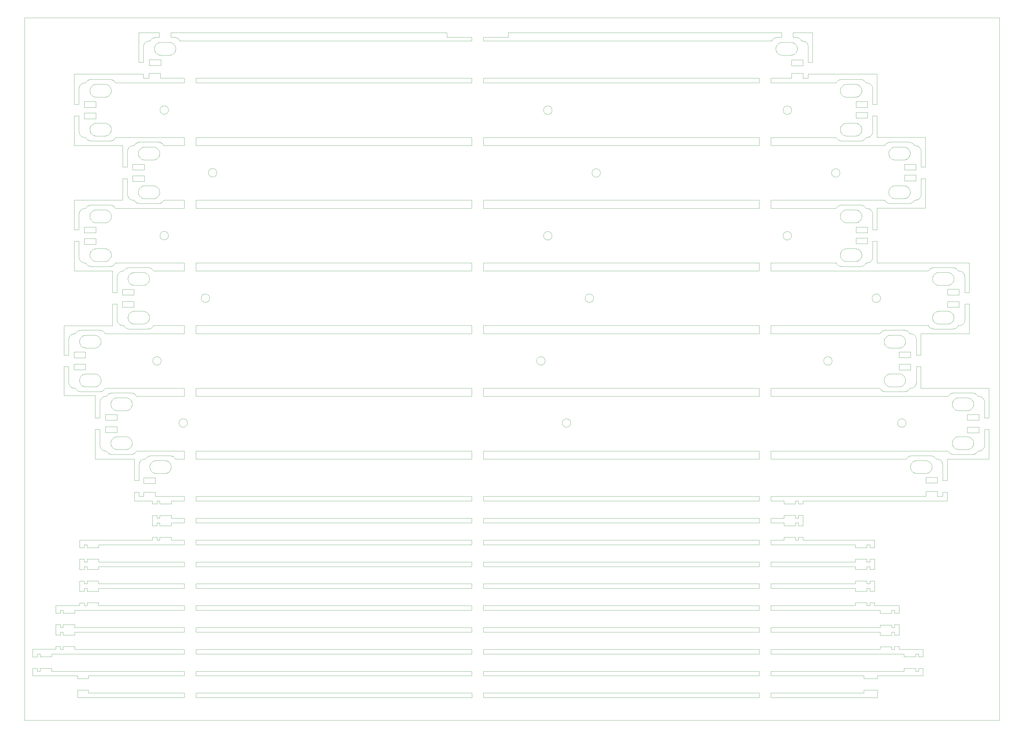
<source format=gbr>
G04 #@! TF.GenerationSoftware,KiCad,Pcbnew,(5.1.0-0)*
G04 #@! TF.CreationDate,2019-04-18T11:47:57-07:00*
G04 #@! TF.ProjectId,Panel2,50616e65-6c32-42e6-9b69-6361645f7063,rev?*
G04 #@! TF.SameCoordinates,Original*
G04 #@! TF.FileFunction,Profile,NP*
%FSLAX46Y46*%
G04 Gerber Fmt 4.6, Leading zero omitted, Abs format (unit mm)*
G04 Created by KiCad (PCBNEW (5.1.0-0)) date 2019-04-18 11:47:57*
%MOMM*%
%LPD*%
G04 APERTURE LIST*
%ADD10C,0.100000*%
G04 APERTURE END LIST*
D10*
X326260717Y-157833299D02*
G75*
G03X326260717Y-157833299I-1473187J0D01*
G01*
X209635717Y-157833299D02*
G75*
G03X209635717Y-157833299I-1473187J0D01*
G01*
X76285717Y-157833299D02*
G75*
G03X76285717Y-157833299I-1473187J0D01*
G01*
X69710717Y-48981486D02*
G75*
G03X69710717Y-48981486I-1473187J0D01*
G01*
X286436205Y-49044983D02*
G75*
G03X286436205Y-49044983I-1473187J0D01*
G01*
X203120862Y-49042215D02*
G75*
G03X203120862Y-49042215I-1473187J0D01*
G01*
X86548251Y-70788758D02*
G75*
G03X86548251Y-70788758I-1473187J0D01*
G01*
X303273739Y-70852255D02*
G75*
G03X303273739Y-70852255I-1473187J0D01*
G01*
X219958396Y-70849487D02*
G75*
G03X219958396Y-70849487I-1473187J0D01*
G01*
X286426060Y-92709276D02*
G75*
G03X286426060Y-92709276I-1473187J0D01*
G01*
X203110717Y-92706508D02*
G75*
G03X203110717Y-92706508I-1473187J0D01*
G01*
X69700572Y-92645779D02*
G75*
G03X69700572Y-92645779I-1473187J0D01*
G01*
X84035717Y-114431508D02*
G75*
G03X84035717Y-114431508I-1473187J0D01*
G01*
X217585717Y-114431508D02*
G75*
G03X217585717Y-114431508I-1473187J0D01*
G01*
X317385717Y-114431508D02*
G75*
G03X317385717Y-114431508I-1473187J0D01*
G01*
X300548195Y-136233321D02*
G75*
G03X300548195Y-136233321I-1473187J0D01*
G01*
X200710717Y-136231508D02*
G75*
G03X200710717Y-136231508I-1473187J0D01*
G01*
X67185717Y-136233299D02*
G75*
G03X67185717Y-136233299I-1473187J0D01*
G01*
X57081187Y-151304709D02*
X56971203Y-151999391D01*
X175208990Y-167554858D02*
X175208990Y-170367219D01*
X79208993Y-167554858D02*
X175208990Y-167554858D01*
X56971203Y-150610264D02*
X57081187Y-151304709D01*
X56651928Y-149983407D02*
X56971203Y-150610264D01*
X56154586Y-149486065D02*
X56651928Y-149983407D01*
X55527966Y-149166791D02*
X56154586Y-149486065D01*
X54833284Y-149056806D02*
X55527966Y-149166791D01*
X51833295Y-149056806D02*
X54833284Y-149056806D01*
X51138850Y-149166791D02*
X51833295Y-149056806D01*
X50511972Y-149486065D02*
X51138850Y-149166791D01*
X50014651Y-149983407D02*
X50511972Y-149486065D01*
X49695376Y-150610264D02*
X50014651Y-149983407D01*
X49585392Y-151304709D02*
X49695376Y-150610264D01*
X49695376Y-151999391D02*
X49585392Y-151304709D01*
X50014651Y-152626011D02*
X49695376Y-151999391D01*
X50511972Y-153123353D02*
X50014651Y-152626011D01*
X51138850Y-153442628D02*
X50511972Y-153123353D01*
X51833295Y-153552612D02*
X51138850Y-153442628D01*
X54833284Y-153552612D02*
X51833295Y-153552612D01*
X55527966Y-153442628D02*
X54833284Y-153552612D01*
X56154586Y-153123353D02*
X55527966Y-153442628D01*
X56651928Y-152626011D02*
X56154586Y-153123353D01*
X56971203Y-151999391D02*
X56651928Y-152626011D01*
X49585392Y-164804811D02*
X49695376Y-164110107D01*
X49695376Y-165499493D02*
X49585392Y-164804811D01*
X50014651Y-166126113D02*
X49695376Y-165499493D01*
X50511972Y-166623434D02*
X50014651Y-166126113D01*
X51138850Y-166942730D02*
X50511972Y-166623434D01*
X51833295Y-167052714D02*
X51138850Y-166942730D01*
X54833284Y-167052714D02*
X51833295Y-167052714D01*
X55527966Y-166942730D02*
X54833284Y-167052714D01*
X56154586Y-166623434D02*
X55527966Y-166942730D01*
X56651928Y-166126113D02*
X56154586Y-166623434D01*
X56971203Y-165499493D02*
X56651928Y-166126113D01*
X57081187Y-164804811D02*
X56971203Y-165499493D01*
X56971203Y-164110107D02*
X57081187Y-164804811D01*
X56651928Y-163483509D02*
X56971203Y-164110107D01*
X56154586Y-162986167D02*
X56651928Y-163483509D01*
X55527966Y-162666892D02*
X56154586Y-162986167D01*
X54833284Y-162556908D02*
X55527966Y-162666892D01*
X51833295Y-162556908D02*
X54833284Y-162556908D01*
X51138850Y-162666892D02*
X51833295Y-162556908D01*
X50511972Y-162986167D02*
X51138850Y-162666892D01*
X50014651Y-163483509D02*
X50511972Y-162986167D01*
X49695376Y-164110107D02*
X50014651Y-163483509D01*
X51793913Y-156854887D02*
X47793920Y-156854887D01*
X51793913Y-154854880D02*
X51793913Y-156854887D01*
X47793920Y-154854880D02*
X51793913Y-154854880D01*
X47793920Y-156854887D02*
X47793920Y-154854880D01*
X47793920Y-159154876D02*
X51793913Y-159154876D01*
X47793920Y-161154862D02*
X47793920Y-159154876D01*
X51793913Y-161154862D02*
X47793920Y-161154862D01*
X51793913Y-159154876D02*
X51793913Y-161154862D01*
X33372945Y-148268891D02*
X33372945Y-138242931D01*
X44233307Y-148268891D02*
X33372945Y-148268891D01*
X44233307Y-156055001D02*
X44233307Y-148268891D01*
X45833295Y-156055001D02*
X44233307Y-156055001D01*
X45833295Y-150554906D02*
X45833295Y-156055001D01*
X45931351Y-149936662D02*
X45833295Y-150554906D01*
X46215313Y-149379138D02*
X45931351Y-149936662D01*
X46657793Y-148936658D02*
X46215313Y-149379138D01*
X47215317Y-148652696D02*
X46657793Y-148936658D01*
X47833302Y-148554898D02*
X47215317Y-148652696D01*
X48147237Y-148554898D02*
X47833302Y-148554898D01*
X48292792Y-148268891D02*
X48147237Y-148554898D01*
X48790113Y-147771828D02*
X48292792Y-148268891D01*
X49416733Y-147452296D02*
X48790113Y-147771828D01*
X50111415Y-147342311D02*
X49416733Y-147452296D01*
X56555401Y-147342311D02*
X50111415Y-147342311D01*
X57250105Y-147452296D02*
X56555401Y-147342311D01*
X57876703Y-147771828D02*
X57250105Y-147452296D01*
X58374046Y-148268891D02*
X57876703Y-147771828D01*
X58519579Y-148554898D02*
X58374046Y-148268891D01*
X75209000Y-148554898D02*
X58519579Y-148554898D01*
X75209000Y-145743055D02*
X75209000Y-148554898D01*
X47659992Y-145743055D02*
X75209000Y-145743055D01*
X47514459Y-146029062D02*
X47659992Y-145743055D01*
X47017116Y-146525888D02*
X47514459Y-146029062D01*
X46390259Y-146844904D02*
X47017116Y-146525888D01*
X45695814Y-146954888D02*
X46390259Y-146844904D01*
X39251828Y-146954888D02*
X45695814Y-146954888D01*
X38557146Y-146844904D02*
X39251828Y-146954888D01*
X37930526Y-146525888D02*
X38557146Y-146844904D01*
X37433205Y-146029062D02*
X37930526Y-146525888D01*
X37287650Y-145743055D02*
X37433205Y-146029062D01*
X36973715Y-145743055D02*
X37287650Y-145743055D01*
X36355730Y-145644999D02*
X36973715Y-145743055D01*
X35798206Y-145361037D02*
X36355730Y-145644999D01*
X35355726Y-144918816D02*
X35798206Y-145361037D01*
X35071764Y-144361033D02*
X35355726Y-144918816D01*
X34973708Y-143743069D02*
X35071764Y-144361033D01*
X34973708Y-138242931D02*
X34973708Y-143743069D01*
X33372945Y-138242931D02*
X34973708Y-138242931D01*
X46221600Y-129492905D02*
X46111616Y-130187846D01*
X46111616Y-128797965D02*
X46221600Y-129492905D01*
X45792342Y-128171862D02*
X46111616Y-128797965D01*
X45294999Y-127674024D02*
X45792342Y-128171862D01*
X44668379Y-127354987D02*
X45294999Y-127674024D01*
X43973697Y-127245002D02*
X44668379Y-127354987D01*
X40973708Y-127245002D02*
X43973697Y-127245002D01*
X40279263Y-127354987D02*
X40973708Y-127245002D01*
X39652385Y-127674024D02*
X40279263Y-127354987D01*
X39155064Y-128171862D02*
X39652385Y-127674024D01*
X38835789Y-128797965D02*
X39155064Y-128171862D01*
X38725805Y-129492905D02*
X38835789Y-128797965D01*
X38835789Y-130187846D02*
X38725805Y-129492905D01*
X39155064Y-130813949D02*
X38835789Y-130187846D01*
X39652385Y-131312045D02*
X39155064Y-130813949D01*
X40279263Y-131631082D02*
X39652385Y-131312045D01*
X40973708Y-131741045D02*
X40279263Y-131631082D01*
X43973697Y-131741045D02*
X40973708Y-131741045D01*
X44668379Y-131631082D02*
X43973697Y-131741045D01*
X45294999Y-131312045D02*
X44668379Y-131631082D01*
X45792342Y-130813949D02*
X45294999Y-131312045D01*
X46111616Y-130187846D02*
X45792342Y-130813949D01*
X38725805Y-142992986D02*
X38835789Y-142298067D01*
X38835789Y-143687926D02*
X38725805Y-142992986D01*
X39155064Y-144314051D02*
X38835789Y-143687926D01*
X39652385Y-144811888D02*
X39155064Y-144314051D01*
X40279263Y-145130904D02*
X39652385Y-144811888D01*
X40973708Y-145240889D02*
X40279263Y-145130904D01*
X43973697Y-145240889D02*
X40973708Y-145240889D01*
X44668379Y-145130904D02*
X43973697Y-145240889D01*
X45294999Y-144811888D02*
X44668379Y-145130904D01*
X45792342Y-144314051D02*
X45294999Y-144811888D01*
X46111616Y-143687926D02*
X45792342Y-144314051D01*
X46221600Y-142992986D02*
X46111616Y-143687926D01*
X46111616Y-142298067D02*
X46221600Y-142992986D01*
X45792342Y-141671964D02*
X46111616Y-142298067D01*
X45294999Y-141173868D02*
X45792342Y-141671964D01*
X44668379Y-140855089D02*
X45294999Y-141173868D01*
X43973697Y-140744867D02*
X44668379Y-140855089D01*
X40973708Y-140744867D02*
X43973697Y-140744867D01*
X40279263Y-140855089D02*
X40973708Y-140744867D01*
X39652385Y-141173868D02*
X40279263Y-140855089D01*
X39155064Y-141671964D02*
X39652385Y-141173868D01*
X38835789Y-142298067D02*
X39155064Y-141671964D01*
X40839586Y-135142883D02*
X36839593Y-135142883D01*
X40839586Y-133142876D02*
X40839586Y-135142883D01*
X36839593Y-133142876D02*
X40839586Y-133142876D01*
X36839593Y-135142883D02*
X36839593Y-133142876D01*
X36839593Y-137343029D02*
X40839586Y-137343029D01*
X36839593Y-139343015D02*
X36839593Y-137343029D01*
X40839586Y-139343015D02*
X36839593Y-139343015D01*
X40839586Y-137343029D02*
X40839586Y-139343015D01*
X33372945Y-134242938D02*
X33372945Y-123941887D01*
X34973708Y-134242938D02*
X33372945Y-134242938D01*
X34973708Y-128742843D02*
X34973708Y-134242938D01*
X35071764Y-128124858D02*
X34973708Y-128742843D01*
X35355726Y-127567075D02*
X35071764Y-128124858D01*
X35798206Y-127124854D02*
X35355726Y-127567075D01*
X36355730Y-126840892D02*
X35798206Y-127124854D01*
X36973715Y-126742858D02*
X36355730Y-126840892D01*
X37287650Y-126742858D02*
X36973715Y-126742858D01*
X37433205Y-126456850D02*
X37287650Y-126742858D01*
X37930526Y-125960024D02*
X37433205Y-126456850D01*
X38557146Y-125640987D02*
X37930526Y-125960024D01*
X39251828Y-125531002D02*
X38557146Y-125640987D01*
X45695814Y-125531002D02*
X39251828Y-125531002D01*
X46390259Y-125640987D02*
X45695814Y-125531002D01*
X47017116Y-125960024D02*
X46390259Y-125640987D01*
X47514459Y-126456850D02*
X47017116Y-125960024D01*
X47659992Y-126742858D02*
X47514459Y-126456850D01*
X75209000Y-126742858D02*
X47659992Y-126742858D01*
X75209000Y-123931014D02*
X75209000Y-126742858D01*
X64506918Y-123931014D02*
X75209000Y-123931014D01*
X64361385Y-124217021D02*
X64506918Y-123931014D01*
X63864042Y-124713847D02*
X64361385Y-124217021D01*
X63237185Y-125032863D02*
X63864042Y-124713847D01*
X62542740Y-125142848D02*
X63237185Y-125032863D01*
X56098754Y-125142848D02*
X62542740Y-125142848D01*
X55404072Y-125032863D02*
X56098754Y-125142848D01*
X54777452Y-124713847D02*
X55404072Y-125032863D01*
X54280131Y-124217021D02*
X54777452Y-124713847D01*
X54134576Y-123931014D02*
X54280131Y-124217021D01*
X53820641Y-123931014D02*
X54134576Y-123931014D01*
X53202656Y-123832958D02*
X53820641Y-123931014D01*
X52645132Y-123548996D02*
X53202656Y-123832958D01*
X52202652Y-123106775D02*
X52645132Y-123548996D01*
X51918690Y-122548992D02*
X52202652Y-123106775D01*
X51820634Y-121931028D02*
X51918690Y-122548992D01*
X51820634Y-116430890D02*
X51820634Y-121931028D01*
X50181867Y-116430890D02*
X51820634Y-116430890D01*
X50181867Y-123941887D02*
X50181867Y-116430890D01*
X33372945Y-123941887D02*
X50181867Y-123941887D01*
X63068526Y-107680865D02*
X62958542Y-108375805D01*
X62958542Y-106985924D02*
X63068526Y-107680865D01*
X62639268Y-106359821D02*
X62958542Y-106985924D01*
X62141925Y-105861983D02*
X62639268Y-106359821D01*
X61515305Y-105542946D02*
X62141925Y-105861983D01*
X60820623Y-105432961D02*
X61515305Y-105542946D01*
X57820634Y-105432961D02*
X60820623Y-105432961D01*
X57126189Y-105542946D02*
X57820634Y-105432961D01*
X56499311Y-105861983D02*
X57126189Y-105542946D01*
X56001990Y-106359821D02*
X56499311Y-105861983D01*
X55682715Y-106985924D02*
X56001990Y-106359821D01*
X55572731Y-107680865D02*
X55682715Y-106985924D01*
X55682715Y-108375805D02*
X55572731Y-107680865D01*
X56001990Y-109001908D02*
X55682715Y-108375805D01*
X56499311Y-109500004D02*
X56001990Y-109001908D01*
X57126189Y-109819042D02*
X56499311Y-109500004D01*
X57820634Y-109929005D02*
X57126189Y-109819042D01*
X60820623Y-109929005D02*
X57820634Y-109929005D01*
X61515305Y-109819042D02*
X60820623Y-109929005D01*
X62141925Y-109500004D02*
X61515305Y-109819042D01*
X62639268Y-109001908D02*
X62141925Y-109500004D01*
X62958542Y-108375805D02*
X62639268Y-109001908D01*
X55572731Y-121180945D02*
X55682715Y-120486026D01*
X55682715Y-121875885D02*
X55572731Y-121180945D01*
X56001990Y-122502010D02*
X55682715Y-121875885D01*
X56499311Y-122999848D02*
X56001990Y-122502010D01*
X57126189Y-123318864D02*
X56499311Y-122999848D01*
X57820634Y-123428848D02*
X57126189Y-123318864D01*
X60820623Y-123428848D02*
X57820634Y-123428848D01*
X61515305Y-123318864D02*
X60820623Y-123428848D01*
X62141925Y-122999848D02*
X61515305Y-123318864D01*
X62639268Y-122502010D02*
X62141925Y-122999848D01*
X62958542Y-121875885D02*
X62639268Y-122502010D01*
X63068526Y-121180945D02*
X62958542Y-121875885D01*
X62958542Y-120486026D02*
X63068526Y-121180945D01*
X62639268Y-119859923D02*
X62958542Y-120486026D01*
X62141925Y-119361827D02*
X62639268Y-119859923D01*
X61515305Y-119043048D02*
X62141925Y-119361827D01*
X60820623Y-118932826D02*
X61515305Y-119043048D01*
X57820634Y-118932826D02*
X60820623Y-118932826D01*
X57126189Y-119043048D02*
X57820634Y-118932826D01*
X56499311Y-119361827D02*
X57126189Y-119043048D01*
X56001990Y-119859923D02*
X56499311Y-119361827D01*
X55682715Y-120486026D02*
X56001990Y-119859923D01*
X57686512Y-113330843D02*
X53686519Y-113330843D01*
X57686512Y-111330836D02*
X57686512Y-113330843D01*
X53686519Y-111330836D02*
X57686512Y-111330836D01*
X53686519Y-113330843D02*
X53686519Y-111330836D01*
X53686519Y-115530988D02*
X57686512Y-115530988D01*
X53686519Y-117530974D02*
X53686519Y-115530988D01*
X57686512Y-117530974D02*
X53686519Y-117530974D01*
X57686512Y-115530988D02*
X57686512Y-117530974D01*
X36956877Y-104919943D02*
X36956877Y-94618828D01*
X50181867Y-104919943D02*
X36956877Y-104919943D01*
X50181867Y-112430898D02*
X50181867Y-104919943D01*
X51820634Y-112430898D02*
X50181867Y-112430898D01*
X51820634Y-106930803D02*
X51820634Y-112430898D01*
X51918690Y-106312817D02*
X51820634Y-106930803D01*
X52202652Y-105755035D02*
X51918690Y-106312817D01*
X52645132Y-105312814D02*
X52202652Y-105755035D01*
X53202656Y-105028852D02*
X52645132Y-105312814D01*
X53820641Y-104930817D02*
X53202656Y-105028852D01*
X54134576Y-104930817D02*
X53820641Y-104930817D01*
X54280131Y-104644810D02*
X54134576Y-104930817D01*
X54777452Y-104147984D02*
X54280131Y-104644810D01*
X55404072Y-103828946D02*
X54777452Y-104147984D01*
X56098754Y-103718962D02*
X55404072Y-103828946D01*
X62542740Y-103718962D02*
X56098754Y-103718962D01*
X63237185Y-103828946D02*
X62542740Y-103718962D01*
X63864042Y-104147984D02*
X63237185Y-103828946D01*
X64361385Y-104644810D02*
X63864042Y-104147984D01*
X64506918Y-104930817D02*
X64361385Y-104644810D01*
X75209000Y-104930817D02*
X64506918Y-104930817D01*
X75209000Y-102164169D02*
X75209000Y-104930817D01*
X51243172Y-102164169D02*
X75209000Y-102164169D01*
X51097379Y-102450176D02*
X51243172Y-102164169D01*
X50600295Y-102947002D02*
X51097379Y-102450176D01*
X49973439Y-103266018D02*
X50600295Y-102947002D01*
X49278993Y-103376002D02*
X49973439Y-103266018D01*
X42835007Y-103376002D02*
X49278993Y-103376002D01*
X42140067Y-103266018D02*
X42835007Y-103376002D01*
X41513705Y-102947002D02*
X42140067Y-103266018D01*
X41016384Y-102450176D02*
X41513705Y-102947002D01*
X40870570Y-102164169D02*
X41016384Y-102450176D01*
X40556895Y-102164169D02*
X40870570Y-102164169D01*
X39938909Y-102066113D02*
X40556895Y-102164169D01*
X39381385Y-101782151D02*
X39938909Y-102066113D01*
X38938905Y-101340188D02*
X39381385Y-101782151D01*
X38654685Y-100782147D02*
X38938905Y-101340188D01*
X38556887Y-100164161D02*
X38654685Y-100782147D01*
X38556887Y-94618828D02*
X38556887Y-100164161D01*
X36956877Y-94618828D02*
X38556887Y-94618828D01*
X49804780Y-85914019D02*
X49694795Y-86609196D01*
X49694795Y-85219079D02*
X49804780Y-85914019D01*
X49375521Y-84592954D02*
X49694795Y-85219079D01*
X48878178Y-84095116D02*
X49375521Y-84592954D01*
X48251558Y-83776101D02*
X48878178Y-84095116D01*
X47556876Y-83666116D02*
X48251558Y-83776101D01*
X44556887Y-83666116D02*
X47556876Y-83666116D01*
X43862184Y-83776101D02*
X44556887Y-83666116D01*
X43235564Y-84095116D02*
X43862184Y-83776101D01*
X42738243Y-84592954D02*
X43235564Y-84095116D01*
X42418969Y-85219079D02*
X42738243Y-84592954D01*
X42308984Y-85914019D02*
X42418969Y-85219079D01*
X42418969Y-86609196D02*
X42308984Y-85914019D01*
X42738243Y-87235063D02*
X42418969Y-86609196D01*
X43235564Y-87733159D02*
X42738243Y-87235063D01*
X43862184Y-88052175D02*
X43235564Y-87733159D01*
X44556887Y-88162159D02*
X43862184Y-88052175D01*
X47556876Y-88162159D02*
X44556887Y-88162159D01*
X48251558Y-88052175D02*
X47556876Y-88162159D01*
X48878178Y-87733159D02*
X48251558Y-88052175D01*
X49375521Y-87235063D02*
X48878178Y-87733159D01*
X49694795Y-86609196D02*
X49375521Y-87235063D01*
X42308984Y-99414121D02*
X42418969Y-98719159D01*
X42418969Y-100109040D02*
X42308984Y-99414121D01*
X42738243Y-100735164D02*
X42418969Y-100109040D01*
X43235564Y-101233002D02*
X42738243Y-100735164D01*
X43862184Y-101552018D02*
X43235564Y-101233002D01*
X44556887Y-101662024D02*
X43862184Y-101552018D01*
X47556876Y-101662024D02*
X44556887Y-101662024D01*
X48251558Y-101552018D02*
X47556876Y-101662024D01*
X48878178Y-101233002D02*
X48251558Y-101552018D01*
X49375521Y-100735164D02*
X48878178Y-101233002D01*
X49694795Y-100109040D02*
X49375521Y-100735164D01*
X49804780Y-99414121D02*
X49694795Y-100109040D01*
X49694795Y-98719159D02*
X49804780Y-99414121D01*
X49375521Y-98093056D02*
X49694795Y-98719159D01*
X48878178Y-97594960D02*
X49375521Y-98093056D01*
X48251558Y-97276181D02*
X48878178Y-97594960D01*
X47556876Y-97165959D02*
X48251558Y-97276181D01*
X44556887Y-97165959D02*
X47556876Y-97165959D01*
X43862184Y-97276181D02*
X44556887Y-97165959D01*
X43235564Y-97594960D02*
X43862184Y-97276181D01*
X42738243Y-98093056D02*
X43235564Y-97594960D01*
X42418969Y-98719159D02*
X42738243Y-98093056D01*
X44415918Y-91664056D02*
X40415926Y-91664056D01*
X44415918Y-89664070D02*
X44415918Y-91664056D01*
X40415926Y-89664070D02*
X44415918Y-89664070D01*
X40415926Y-91664056D02*
X40415926Y-89664070D01*
X40415926Y-93664063D02*
X44415918Y-93664063D01*
X40415926Y-95664049D02*
X40415926Y-93664063D01*
X44415918Y-95664049D02*
X40415926Y-95664049D01*
X44415918Y-93664063D02*
X44415918Y-95664049D01*
X36956877Y-90618814D02*
X36956877Y-80318021D01*
X38556887Y-90618814D02*
X36956877Y-90618814D01*
X38556887Y-85163936D02*
X38556887Y-90618814D01*
X38654685Y-84545972D02*
X38556887Y-85163936D01*
X38938905Y-83988189D02*
X38654685Y-84545972D01*
X39381385Y-83545968D02*
X38938905Y-83988189D01*
X39938909Y-83262006D02*
X39381385Y-83545968D01*
X40556895Y-83164209D02*
X39938909Y-83262006D01*
X40870570Y-83164209D02*
X40556895Y-83164209D01*
X41016384Y-82878201D02*
X40870570Y-83164209D01*
X41513705Y-82381117D02*
X41016384Y-82878201D01*
X42140067Y-82062101D02*
X41513705Y-82381117D01*
X42835007Y-81952116D02*
X42140067Y-82062101D01*
X49278993Y-81952116D02*
X42835007Y-81952116D01*
X49973439Y-82062101D02*
X49278993Y-81952116D01*
X50600295Y-82381117D02*
X49973439Y-82062101D01*
X51097379Y-82878201D02*
X50600295Y-82381117D01*
X51243172Y-83164209D02*
X51097379Y-82878201D01*
X75209000Y-83164209D02*
X51243172Y-83164209D01*
X75209000Y-80307169D02*
X75209000Y-83164209D01*
X68090851Y-80307169D02*
X75209000Y-80307169D01*
X67945059Y-80593177D02*
X68090851Y-80307169D01*
X67447975Y-81090003D02*
X67945059Y-80593177D01*
X66821118Y-81409019D02*
X67447975Y-81090003D01*
X66126673Y-81519003D02*
X66821118Y-81409019D01*
X59682687Y-81519003D02*
X66126673Y-81519003D01*
X58987746Y-81409019D02*
X59682687Y-81519003D01*
X58361385Y-81090003D02*
X58987746Y-81409019D01*
X57864064Y-80593177D02*
X58361385Y-81090003D01*
X57718250Y-80307169D02*
X57864064Y-80593177D01*
X57404574Y-80307169D02*
X57718250Y-80307169D01*
X56786589Y-80209113D02*
X57404574Y-80307169D01*
X56229065Y-79925151D02*
X56786589Y-80209113D01*
X55786585Y-79483189D02*
X56229065Y-79925151D01*
X55502365Y-78925148D02*
X55786585Y-79483189D01*
X55404567Y-78307162D02*
X55502365Y-78925148D01*
X55404567Y-72807024D02*
X55404567Y-78307162D01*
X53765800Y-72807024D02*
X55404567Y-72807024D01*
X53765800Y-80318021D02*
X53765800Y-72807024D01*
X36956877Y-80318021D02*
X53765800Y-80318021D01*
X66652459Y-64057020D02*
X66542475Y-64752197D01*
X66542475Y-63362080D02*
X66652459Y-64057020D01*
X66223200Y-62735955D02*
X66542475Y-63362080D01*
X65725858Y-62238117D02*
X66223200Y-62735955D01*
X65099238Y-61919101D02*
X65725858Y-62238117D01*
X64404556Y-61809117D02*
X65099238Y-61919101D01*
X61404567Y-61809117D02*
X64404556Y-61809117D01*
X60709863Y-61919101D02*
X61404567Y-61809117D01*
X60083244Y-62238117D02*
X60709863Y-61919101D01*
X59585922Y-62735955D02*
X60083244Y-62238117D01*
X59266648Y-63362080D02*
X59585922Y-62735955D01*
X59156664Y-64057020D02*
X59266648Y-63362080D01*
X59266648Y-64752197D02*
X59156664Y-64057020D01*
X59585922Y-65378063D02*
X59266648Y-64752197D01*
X60083244Y-65876160D02*
X59585922Y-65378063D01*
X60709863Y-66195175D02*
X60083244Y-65876160D01*
X61404567Y-66305160D02*
X60709863Y-66195175D01*
X64404556Y-66305160D02*
X61404567Y-66305160D01*
X65099238Y-66195175D02*
X64404556Y-66305160D01*
X65725858Y-65876160D02*
X65099238Y-66195175D01*
X66223200Y-65378063D02*
X65725858Y-65876160D01*
X66542475Y-64752197D02*
X66223200Y-65378063D01*
X59156664Y-77557122D02*
X59266648Y-76862160D01*
X59266648Y-78252041D02*
X59156664Y-77557122D01*
X59585922Y-78878165D02*
X59266648Y-78252041D01*
X60083244Y-79376003D02*
X59585922Y-78878165D01*
X60709863Y-79695019D02*
X60083244Y-79376003D01*
X61404567Y-79805025D02*
X60709863Y-79695019D01*
X64404556Y-79805025D02*
X61404567Y-79805025D01*
X65099238Y-79695019D02*
X64404556Y-79805025D01*
X65725858Y-79376003D02*
X65099238Y-79695019D01*
X66223200Y-78878165D02*
X65725858Y-79376003D01*
X66542475Y-78252041D02*
X66223200Y-78878165D01*
X66652459Y-77557122D02*
X66542475Y-78252041D01*
X66542475Y-76862160D02*
X66652459Y-77557122D01*
X66223200Y-76236057D02*
X66542475Y-76862160D01*
X65725858Y-75737961D02*
X66223200Y-76236057D01*
X65099238Y-75419182D02*
X65725858Y-75737961D01*
X64404556Y-75308960D02*
X65099238Y-75419182D01*
X61404567Y-75308960D02*
X64404556Y-75308960D01*
X60709863Y-75419182D02*
X61404567Y-75308960D01*
X60083244Y-75737961D02*
X60709863Y-75419182D01*
X59585922Y-76236057D02*
X60083244Y-75737961D01*
X59266648Y-76862160D02*
X59585922Y-76236057D01*
X61263598Y-69807057D02*
X57263605Y-69807057D01*
X61263598Y-67807071D02*
X61263598Y-69807057D01*
X57263605Y-67807071D02*
X61263598Y-67807071D01*
X57263605Y-69807057D02*
X57263605Y-67807071D01*
X57263605Y-71807064D02*
X61263598Y-71807064D01*
X57263605Y-73807049D02*
X57263605Y-71807064D01*
X61263598Y-73807049D02*
X57263605Y-73807049D01*
X61263598Y-71807064D02*
X61263598Y-73807049D01*
X36956877Y-61296077D02*
X36956877Y-50994983D01*
X53765800Y-61296077D02*
X36956877Y-61296077D01*
X53765800Y-68807031D02*
X53765800Y-61296077D01*
X55404567Y-68807031D02*
X53765800Y-68807031D01*
X55404567Y-63306937D02*
X55404567Y-68807031D01*
X55502365Y-62688973D02*
X55404567Y-63306937D01*
X55786585Y-62131190D02*
X55502365Y-62688973D01*
X56229065Y-61688969D02*
X55786585Y-62131190D01*
X56786589Y-61405007D02*
X56229065Y-61688969D01*
X57404574Y-61307209D02*
X56786589Y-61405007D01*
X57718250Y-61307209D02*
X57404574Y-61307209D01*
X57864064Y-61021202D02*
X57718250Y-61307209D01*
X58361385Y-60524118D02*
X57864064Y-61021202D01*
X58987746Y-60205102D02*
X58361385Y-60524118D01*
X59682687Y-60095117D02*
X58987746Y-60205102D01*
X66126673Y-60095117D02*
X59682687Y-60095117D01*
X66821118Y-60205102D02*
X66126673Y-60095117D01*
X67447975Y-60524118D02*
X66821118Y-60205102D01*
X67945059Y-61021202D02*
X67447975Y-60524118D01*
X68090851Y-61307209D02*
X67945059Y-61021202D01*
X75209000Y-61307209D02*
X68090851Y-61307209D01*
X75209000Y-58495107D02*
X75209000Y-61307209D01*
X51243172Y-58495107D02*
X75209000Y-58495107D01*
X51097358Y-58781115D02*
X51243172Y-58495107D01*
X50600274Y-59277940D02*
X51097358Y-58781115D01*
X49973417Y-59596956D02*
X50600274Y-59277940D01*
X49278972Y-59706941D02*
X49973417Y-59596956D01*
X42835007Y-59706941D02*
X49278972Y-59706941D01*
X42140045Y-59596956D02*
X42835007Y-59706941D01*
X41513684Y-59277940D02*
X42140045Y-59596956D01*
X41016363Y-58781115D02*
X41513684Y-59277940D01*
X40870570Y-58495107D02*
X41016363Y-58781115D01*
X40556873Y-58495107D02*
X40870570Y-58495107D01*
X39938887Y-58397051D02*
X40556873Y-58495107D01*
X39381363Y-58113089D02*
X39938887Y-58397051D01*
X38938884Y-57671126D02*
X39381363Y-58113089D01*
X38654664Y-57113086D02*
X38938884Y-57671126D01*
X38556866Y-56495100D02*
X38654664Y-57113086D01*
X38556866Y-50994983D02*
X38556866Y-56495100D01*
X36956877Y-50994983D02*
X38556866Y-50994983D01*
X49804758Y-42244958D02*
X49694773Y-42940135D01*
X49694773Y-41550017D02*
X49804758Y-42244958D01*
X49375499Y-40923893D02*
X49694773Y-41550017D01*
X48878157Y-40426055D02*
X49375499Y-40923893D01*
X48251558Y-40107039D02*
X48878157Y-40426055D01*
X47556855Y-39997054D02*
X48251558Y-40107039D01*
X44556866Y-39997054D02*
X47556855Y-39997054D01*
X43862184Y-40107039D02*
X44556866Y-39997054D01*
X43235564Y-40426055D02*
X43862184Y-40107039D01*
X42738221Y-40923893D02*
X43235564Y-40426055D01*
X42418947Y-41550017D02*
X42738221Y-40923893D01*
X42308962Y-42244958D02*
X42418947Y-41550017D01*
X42418947Y-42940135D02*
X42308962Y-42244958D01*
X42738221Y-43566001D02*
X42418947Y-42940135D01*
X43235564Y-44064097D02*
X42738221Y-43566001D01*
X43862184Y-44383113D02*
X43235564Y-44064097D01*
X44556866Y-44493098D02*
X43862184Y-44383113D01*
X47556855Y-44493098D02*
X44556866Y-44493098D01*
X48251558Y-44383113D02*
X47556855Y-44493098D01*
X48878157Y-44064097D02*
X48251558Y-44383113D01*
X49375499Y-43566001D02*
X48878157Y-44064097D01*
X49694773Y-42940135D02*
X49375499Y-43566001D01*
X42308962Y-55745060D02*
X42418947Y-55050098D01*
X42418947Y-56439978D02*
X42308962Y-55745060D01*
X42738221Y-57066103D02*
X42418947Y-56439978D01*
X43235564Y-57563941D02*
X42738221Y-57066103D01*
X43862184Y-57882957D02*
X43235564Y-57563941D01*
X44556866Y-57992963D02*
X43862184Y-57882957D01*
X47556855Y-57992963D02*
X44556866Y-57992963D01*
X48251558Y-57882957D02*
X47556855Y-57992963D01*
X48878157Y-57563941D02*
X48251558Y-57882957D01*
X49375499Y-57066103D02*
X48878157Y-57563941D01*
X49694773Y-56439978D02*
X49375499Y-57066103D01*
X49804758Y-55745060D02*
X49694773Y-56439978D01*
X49694773Y-55050098D02*
X49804758Y-55745060D01*
X49375499Y-54423995D02*
X49694773Y-55050098D01*
X48878157Y-53925898D02*
X49375499Y-54423995D01*
X48251558Y-53607119D02*
X48878157Y-53925898D01*
X47556855Y-53496898D02*
X48251558Y-53607119D01*
X44556866Y-53496898D02*
X47556855Y-53496898D01*
X43862184Y-53607119D02*
X44556866Y-53496898D01*
X43235564Y-53925898D02*
X43862184Y-53607119D01*
X42738221Y-54423995D02*
X43235564Y-53925898D01*
X42418947Y-55050098D02*
X42738221Y-54423995D01*
X44415897Y-47994994D02*
X40415904Y-47994994D01*
X44415897Y-45995009D02*
X44415897Y-47994994D01*
X40415904Y-45995009D02*
X44415897Y-45995009D01*
X40415904Y-47994994D02*
X40415904Y-45995009D01*
X40415904Y-49995001D02*
X44415897Y-49995001D01*
X40415904Y-51994987D02*
X40415904Y-49995001D01*
X44415897Y-51994987D02*
X40415904Y-51994987D01*
X44415897Y-49995001D02*
X44415897Y-51994987D01*
X36956877Y-46994969D02*
X36956877Y-36394303D01*
X38556866Y-46994969D02*
X36956877Y-46994969D01*
X38556866Y-41494874D02*
X38556866Y-46994969D01*
X38654664Y-40876910D02*
X38556866Y-41494874D01*
X38938884Y-40319128D02*
X38654664Y-40876910D01*
X39381363Y-39876907D02*
X38938884Y-40319128D01*
X39938887Y-39592945D02*
X39381363Y-39876907D01*
X40556873Y-39495147D02*
X39938887Y-39592945D01*
X40870570Y-39495147D02*
X40556873Y-39495147D01*
X41016363Y-39209140D02*
X40870570Y-39495147D01*
X41513684Y-38712055D02*
X41016363Y-39209140D01*
X42140045Y-38393040D02*
X41513684Y-38712055D01*
X42835007Y-38283055D02*
X42140045Y-38393040D01*
X49278972Y-38283055D02*
X42835007Y-38283055D01*
X49973417Y-38393040D02*
X49278972Y-38283055D01*
X50600274Y-38712055D02*
X49973417Y-38393040D01*
X51097358Y-39209140D02*
X50600274Y-38712055D01*
X51243172Y-39495147D02*
X51097358Y-39209140D01*
X75209000Y-39495147D02*
X51243172Y-39495147D01*
X75209000Y-37894965D02*
X75209000Y-39495147D01*
X66926000Y-37894965D02*
X75209000Y-37894965D01*
X66926000Y-36170307D02*
X66926000Y-37894965D01*
X62926007Y-36170307D02*
X66926000Y-36170307D01*
X62926007Y-37894965D02*
X62926007Y-36170307D01*
X60989777Y-37894965D02*
X62926007Y-37894965D01*
X60989777Y-36394303D02*
X60989777Y-37894965D01*
X36956877Y-36394303D02*
X60989777Y-36394303D01*
X59389767Y-32394310D02*
X59389767Y-22083678D01*
X60989777Y-32394310D02*
X59389767Y-32394310D01*
X60989777Y-26894215D02*
X60989777Y-32394310D01*
X61087553Y-26277026D02*
X60989777Y-26894215D01*
X61371795Y-25718232D02*
X61087553Y-26277026D01*
X61814253Y-25276269D02*
X61371795Y-25718232D01*
X62371777Y-24994331D02*
X61814253Y-25276269D01*
X62989763Y-24895242D02*
X62371777Y-24994331D01*
X63303719Y-24895242D02*
X62989763Y-24895242D01*
X63449253Y-24608222D02*
X63303719Y-24895242D01*
X63946595Y-24112946D02*
X63449253Y-24608222D01*
X64573193Y-23792897D02*
X63946595Y-24112946D01*
X65267897Y-23683688D02*
X64573193Y-23792897D01*
X66489872Y-23683688D02*
X65267897Y-23683688D01*
X66489872Y-22083678D02*
X66489872Y-23683688D01*
X59389767Y-22083678D02*
X66489872Y-22083678D01*
X63025829Y-31471326D02*
X67025822Y-31471326D01*
X63025829Y-33470300D02*
X63025829Y-31471326D01*
X67025822Y-33470300D02*
X63025829Y-33470300D01*
X67025822Y-31471326D02*
X67025822Y-33470300D01*
X66989756Y-25398182D02*
X69989745Y-25398182D01*
X66295074Y-25507392D02*
X66989756Y-25398182D01*
X65668454Y-25827441D02*
X66295074Y-25507392D01*
X65171111Y-26325258D02*
X65668454Y-25827441D01*
X64851837Y-26950112D02*
X65171111Y-26325258D01*
X64741852Y-27646064D02*
X64851837Y-26950112D01*
X64851837Y-28339476D02*
X64741852Y-27646064D01*
X65171111Y-28966871D02*
X64851837Y-28339476D01*
X65668454Y-29464730D02*
X65171111Y-28966871D01*
X66295074Y-29782196D02*
X65668454Y-29464730D01*
X66989756Y-29893989D02*
X66295074Y-29782196D01*
X69989745Y-29893989D02*
X66989756Y-29893989D01*
X70684448Y-29782196D02*
X69989745Y-29893989D01*
X71311068Y-29464730D02*
X70684448Y-29782196D01*
X71808389Y-28966871D02*
X71311068Y-29464730D01*
X72127663Y-28339476D02*
X71808389Y-28966871D01*
X72237648Y-27646064D02*
X72127663Y-28339476D01*
X72127663Y-26950112D02*
X72237648Y-27646064D01*
X71808389Y-26325258D02*
X72127663Y-26950112D01*
X71311068Y-25827441D02*
X71808389Y-26325258D01*
X70684448Y-25507392D02*
X71311068Y-25827441D01*
X69989745Y-25398182D02*
X70684448Y-25507392D01*
X175208990Y-39495147D02*
X79208993Y-39495147D01*
X175208990Y-37894965D02*
X175208990Y-39495147D01*
X79208993Y-37894965D02*
X175208990Y-37894965D01*
X79208993Y-39495147D02*
X79208993Y-37894965D01*
X175208990Y-61307209D02*
X79208993Y-61307209D01*
X175208990Y-58495107D02*
X175208990Y-61307209D01*
X79208993Y-58495107D02*
X175208990Y-58495107D01*
X79208993Y-61307209D02*
X79208993Y-58495107D01*
X175208990Y-83164209D02*
X79208993Y-83164209D01*
X175208990Y-80307169D02*
X175208990Y-83164209D01*
X79208993Y-80307169D02*
X175208990Y-80307169D01*
X79208993Y-83164209D02*
X79208993Y-80307169D01*
X175208990Y-104930817D02*
X79208993Y-104930817D01*
X175208990Y-102164169D02*
X175208990Y-104930817D01*
X79208993Y-102164169D02*
X175208990Y-102164169D01*
X79208993Y-104930817D02*
X79208993Y-102164169D01*
X175208990Y-126742858D02*
X79208993Y-126742858D01*
X175208990Y-123931014D02*
X175208990Y-126742858D01*
X79208993Y-123931014D02*
X175208990Y-123931014D01*
X79208993Y-126742858D02*
X79208993Y-123931014D01*
X175208990Y-148554898D02*
X79208993Y-148554898D01*
X175208990Y-145743055D02*
X175208990Y-148554898D01*
X79208993Y-145743055D02*
X175208990Y-145743055D01*
X79208993Y-148554898D02*
X79208993Y-145743055D01*
X175208990Y-170367219D02*
X79208993Y-170367219D01*
X79208993Y-170367219D02*
X79208993Y-167554858D01*
X175208990Y-184966694D02*
X79208993Y-184966694D01*
X175208990Y-183367179D02*
X175208990Y-184966694D01*
X79208993Y-183367179D02*
X175208990Y-183367179D01*
X79208993Y-184966694D02*
X79208993Y-183367179D01*
X175208990Y-192566402D02*
X79208993Y-192566402D01*
X175208990Y-190966199D02*
X175208990Y-192566402D01*
X79208993Y-190966199D02*
X175208990Y-190966199D01*
X79208993Y-192566402D02*
X79208993Y-190966199D01*
X175208990Y-200166111D02*
X79208993Y-200166111D01*
X175208990Y-198565907D02*
X175208990Y-200166111D01*
X79208993Y-198565907D02*
X175208990Y-198565907D01*
X79208993Y-200166111D02*
X79208993Y-198565907D01*
X175208990Y-207766293D02*
X79208993Y-207766293D01*
X175208990Y-206166089D02*
X175208990Y-207766293D01*
X79208993Y-206166089D02*
X175208990Y-206166089D01*
X79208993Y-207766293D02*
X79208993Y-206166089D01*
X175208990Y-215366453D02*
X79208993Y-215366453D01*
X175208990Y-213766271D02*
X175208990Y-215366453D01*
X79208993Y-213766271D02*
X175208990Y-213766271D01*
X79208993Y-215366453D02*
X79208993Y-213766271D01*
X175208990Y-222966636D02*
X79208993Y-222966636D01*
X175208990Y-221366432D02*
X175208990Y-222966636D01*
X79208993Y-221366432D02*
X175208990Y-221366432D01*
X79208993Y-222966636D02*
X79208993Y-221366432D01*
X175208990Y-230566818D02*
X79208993Y-230566818D01*
X175208990Y-228966614D02*
X175208990Y-230566818D01*
X79208993Y-228966614D02*
X175208990Y-228966614D01*
X79208993Y-230566818D02*
X79208993Y-228966614D01*
X79208993Y-244166978D02*
X175208990Y-244166978D01*
X79208993Y-245767182D02*
X79208993Y-244166978D01*
X175208990Y-245767182D02*
X79208993Y-245767182D01*
X175208990Y-244166978D02*
X175208990Y-245767182D01*
X175208990Y-238167000D02*
X79208993Y-238167000D01*
X175208990Y-236566796D02*
X175208990Y-238167000D01*
X79208993Y-236566796D02*
X175208990Y-236566796D01*
X79208993Y-238167000D02*
X79208993Y-236566796D01*
X70489887Y-23683688D02*
X70489887Y-22083678D01*
X71711862Y-23683688D02*
X70489887Y-23683688D01*
X72406307Y-23792897D02*
X71711862Y-23683688D01*
X73033185Y-24112946D02*
X72406307Y-23792897D01*
X73530506Y-24608222D02*
X73033185Y-24112946D01*
X73676062Y-24895242D02*
X73530506Y-24608222D01*
X175208990Y-24895242D02*
X73676062Y-24895242D01*
X175208990Y-23683666D02*
X175208990Y-24895242D01*
X166582062Y-23683666D02*
X175208990Y-23683666D01*
X166582062Y-22083678D02*
X166582062Y-23683666D01*
X70489887Y-22083678D02*
X166582062Y-22083678D01*
X315318999Y-198565907D02*
X315318999Y-201166093D01*
X290419163Y-198565907D02*
X315318999Y-198565907D01*
X290419163Y-197566162D02*
X290419163Y-198565907D01*
X288819174Y-197566162D02*
X290419163Y-197566162D01*
X288819174Y-198565907D02*
X288819174Y-197566162D01*
X287799706Y-198565907D02*
X288819174Y-198565907D01*
X287799706Y-197565107D02*
X287799706Y-198565907D01*
X283801737Y-197565107D02*
X287799706Y-197565107D01*
X283801737Y-198565907D02*
X283801737Y-197565107D01*
X279208994Y-198565907D02*
X283801737Y-198565907D01*
X279208994Y-200166111D02*
X279208994Y-198565907D01*
X308621841Y-200166111D02*
X279208994Y-200166111D01*
X308621841Y-201166093D02*
X308621841Y-200166111D01*
X312622351Y-201166093D02*
X308621841Y-201166093D01*
X312622351Y-200166111D02*
X312622351Y-201166093D01*
X313719614Y-200166111D02*
X312622351Y-200166111D01*
X313719614Y-201166093D02*
X313719614Y-200166111D01*
X315318999Y-201166093D02*
X313719614Y-201166093D01*
X279208994Y-213766271D02*
X308621841Y-213766271D01*
X279208994Y-215366453D02*
X279208994Y-213766271D01*
X308621841Y-215366453D02*
X279208994Y-215366453D01*
X308621841Y-216366435D02*
X308621841Y-215366453D01*
X312622351Y-216366435D02*
X308621841Y-216366435D01*
X312622351Y-215366453D02*
X312622351Y-216366435D01*
X313719614Y-215366453D02*
X312622351Y-215366453D01*
X313719614Y-216366435D02*
X313719614Y-215366453D01*
X315318999Y-216366435D02*
X313719614Y-216366435D01*
X315318999Y-212766268D02*
X315318999Y-216366435D01*
X313719614Y-212766268D02*
X315318999Y-212766268D01*
X313719614Y-213766271D02*
X313719614Y-212766268D01*
X312622351Y-213766271D02*
X313719614Y-213766271D01*
X312622351Y-212766289D02*
X312622351Y-213766271D01*
X308621841Y-212766289D02*
X312622351Y-212766289D01*
X308621841Y-213766271D02*
X308621841Y-212766289D01*
X312622351Y-206166089D02*
X313719614Y-206166089D01*
X312622351Y-205166107D02*
X312622351Y-206166089D01*
X308621841Y-205166107D02*
X312622351Y-205166107D01*
X308621841Y-206166089D02*
X308621841Y-205166107D01*
X279208994Y-206166089D02*
X308621841Y-206166089D01*
X279208994Y-207766293D02*
X279208994Y-206166089D01*
X308621841Y-207766293D02*
X279208994Y-207766293D01*
X308621841Y-208766275D02*
X308621841Y-207766293D01*
X312622351Y-208766275D02*
X308621841Y-208766275D01*
X312622351Y-207766293D02*
X312622351Y-208766275D01*
X313719614Y-207766293D02*
X312622351Y-207766293D01*
X313719614Y-208766275D02*
X313719614Y-207766293D01*
X315318999Y-208766275D02*
X313719614Y-208766275D01*
X315318999Y-205166086D02*
X315318999Y-208766275D01*
X313719614Y-205166086D02*
X315318999Y-205166086D01*
X313719614Y-206166089D02*
X313719614Y-205166086D01*
X323851467Y-223966618D02*
X322252082Y-223966618D01*
X323851467Y-221366195D02*
X323851467Y-223966618D01*
X315318999Y-221366195D02*
X323851467Y-221366195D01*
X315318999Y-220366450D02*
X315318999Y-221366195D01*
X313719614Y-220366450D02*
X315318999Y-220366450D01*
X313719614Y-221366432D02*
X313719614Y-220366450D01*
X312622351Y-221366432D02*
X313719614Y-221366432D01*
X312622351Y-220366450D02*
X312622351Y-221366432D01*
X308621841Y-220366450D02*
X312622351Y-220366450D01*
X308621841Y-221366432D02*
X308621841Y-220366450D01*
X279208994Y-221366432D02*
X308621841Y-221366432D01*
X279208994Y-222966636D02*
X279208994Y-221366432D01*
X317205792Y-222966636D02*
X279208994Y-222966636D01*
X317205792Y-224086528D02*
X317205792Y-222966636D01*
X321206237Y-224086528D02*
X317205792Y-224086528D01*
X321206237Y-222966636D02*
X321206237Y-224086528D01*
X322252082Y-222966636D02*
X321206237Y-222966636D01*
X322252082Y-223966618D02*
X322252082Y-222966636D01*
X322252082Y-230566818D02*
X321206237Y-230566818D01*
X322252082Y-231566800D02*
X322252082Y-230566818D01*
X323851467Y-231566800D02*
X322252082Y-231566800D01*
X323851467Y-227966632D02*
X323851467Y-231566800D01*
X322252082Y-227966632D02*
X323851467Y-227966632D01*
X322252082Y-228966614D02*
X322252082Y-227966632D01*
X321206237Y-228966614D02*
X322252082Y-228966614D01*
X321206237Y-228086500D02*
X321206237Y-228966614D01*
X317205792Y-228086500D02*
X321206237Y-228086500D01*
X317205792Y-228966614D02*
X317205792Y-228086500D01*
X279208994Y-228966614D02*
X317205792Y-228966614D01*
X279208994Y-230566818D02*
X279208994Y-228966614D01*
X317205792Y-230566818D02*
X279208994Y-230566818D01*
X317205792Y-231686711D02*
X317205792Y-230566818D01*
X321206237Y-231686711D02*
X317205792Y-231686711D01*
X321206237Y-230566818D02*
X321206237Y-231686711D01*
X287799706Y-190966199D02*
X288819174Y-190966199D01*
X287799706Y-189965398D02*
X287799706Y-190966199D01*
X283801737Y-189965398D02*
X287799706Y-189965398D01*
X283801737Y-190966199D02*
X283801737Y-189965398D01*
X279208994Y-190966199D02*
X283801737Y-190966199D01*
X279208994Y-192566402D02*
X279208994Y-190966199D01*
X283801737Y-192566402D02*
X279208994Y-192566402D01*
X283801737Y-193564619D02*
X283801737Y-192566402D01*
X287799706Y-193564619D02*
X283801737Y-193564619D01*
X287799706Y-192566402D02*
X287799706Y-193564619D01*
X288819174Y-192566402D02*
X287799706Y-192566402D01*
X288819174Y-193566148D02*
X288819174Y-192566402D01*
X290419163Y-193566148D02*
X288819174Y-193566148D01*
X290419163Y-189966453D02*
X290419163Y-193566148D01*
X288819174Y-189966453D02*
X290419163Y-189966453D01*
X288819174Y-190966199D02*
X288819174Y-189966453D01*
X179208983Y-24895242D02*
X179208983Y-23683666D01*
X279492246Y-24895242D02*
X179208983Y-24895242D01*
X279637026Y-24608222D02*
X279492246Y-24895242D01*
X280134864Y-24112946D02*
X279637026Y-24608222D01*
X280762237Y-23792897D02*
X280134864Y-24112946D01*
X281455670Y-23683688D02*
X280762237Y-23792897D01*
X282952866Y-23683688D02*
X281455670Y-23683688D01*
X282952866Y-22083678D02*
X282952866Y-23683688D01*
X187835911Y-22083678D02*
X282952866Y-22083678D01*
X187835911Y-23683666D02*
X187835911Y-22083678D01*
X179208983Y-23683666D02*
X187835911Y-23683666D01*
X283177787Y-25398182D02*
X286177518Y-25398182D01*
X282484354Y-25507392D02*
X283177787Y-25398182D01*
X281856981Y-25827441D02*
X282484354Y-25507392D01*
X281359143Y-26325258D02*
X281856981Y-25827441D01*
X281041634Y-26950112D02*
X281359143Y-26325258D01*
X280929884Y-27646064D02*
X281041634Y-26950112D01*
X281041634Y-28339476D02*
X280929884Y-27646064D01*
X281359143Y-28966871D02*
X281041634Y-28339476D01*
X281856981Y-29464730D02*
X281359143Y-28966871D01*
X282484354Y-29782196D02*
X281856981Y-29464730D01*
X283177787Y-29893989D02*
X282484354Y-29782196D01*
X286177518Y-29893989D02*
X283177787Y-29893989D01*
X286873470Y-29782196D02*
X286177518Y-29893989D01*
X287500865Y-29464730D02*
X286873470Y-29782196D01*
X287996162Y-28966871D02*
X287500865Y-29464730D01*
X288316190Y-28339476D02*
X287996162Y-28966871D01*
X288427962Y-27646064D02*
X288316190Y-28339476D01*
X288316190Y-26950112D02*
X288427962Y-27646064D01*
X287996162Y-26325258D02*
X288316190Y-26950112D01*
X287500865Y-25827441D02*
X287996162Y-26325258D01*
X286873470Y-25507392D02*
X287500865Y-25827441D01*
X286177518Y-25398182D02*
X286873470Y-25507392D01*
X286952858Y-23683688D02*
X286952858Y-22083678D01*
X287899635Y-23683688D02*
X286952858Y-23683688D01*
X288595609Y-23792897D02*
X287899635Y-23683688D01*
X289222982Y-24112946D02*
X288595609Y-23792897D01*
X289718279Y-24608222D02*
X289222982Y-24112946D01*
X289865600Y-24895242D02*
X289718279Y-24608222D01*
X290178027Y-24895242D02*
X289865600Y-24895242D01*
X290797779Y-24994331D02*
X290178027Y-24895242D01*
X291354032Y-25276269D02*
X290797779Y-24994331D01*
X291795995Y-25718232D02*
X291354032Y-25276269D01*
X292080474Y-26277026D02*
X291795995Y-25718232D01*
X292179542Y-26894215D02*
X292080474Y-26277026D01*
X292179542Y-32394590D02*
X292179542Y-26894215D01*
X293730007Y-32394590D02*
X292179542Y-32394590D01*
X293730007Y-22083678D02*
X293730007Y-32394590D01*
X286952858Y-22083678D02*
X293730007Y-22083678D01*
X290426936Y-33556642D02*
X286426448Y-33556642D01*
X290426936Y-31555128D02*
X290426936Y-33556642D01*
X286426448Y-31555128D02*
X290426936Y-31555128D01*
X286426448Y-33556642D02*
X286426448Y-31555128D01*
X316162919Y-36394303D02*
X316162919Y-46995249D01*
X293730007Y-36394303D02*
X316162919Y-36394303D01*
X293730007Y-36394583D02*
X293730007Y-36394303D01*
X292179542Y-36394583D02*
X293730007Y-36394583D01*
X292179542Y-37894965D02*
X292179542Y-36394583D01*
X290426936Y-37894965D02*
X292179542Y-37894965D01*
X290426936Y-36155062D02*
X290426936Y-37894965D01*
X286426448Y-36155062D02*
X290426936Y-36155062D01*
X286426448Y-37894965D02*
X286426448Y-36155062D01*
X279208994Y-37894965D02*
X286426448Y-37894965D01*
X279208994Y-39495147D02*
X279208994Y-37894965D01*
X301925157Y-39495147D02*
X279208994Y-39495147D01*
X302072478Y-39209140D02*
X301925157Y-39495147D01*
X302567775Y-38712055D02*
X302072478Y-39209140D01*
X303195148Y-38393040D02*
X302567775Y-38712055D01*
X303891122Y-38283055D02*
X303195148Y-38393040D01*
X310335066Y-38283055D02*
X303891122Y-38283055D01*
X311028520Y-38393040D02*
X310335066Y-38283055D01*
X311655915Y-38712055D02*
X311028520Y-38393040D01*
X312153732Y-39209140D02*
X311655915Y-38712055D01*
X312298512Y-39495147D02*
X312153732Y-39209140D01*
X312610939Y-39495147D02*
X312298512Y-39495147D01*
X313230669Y-39592945D02*
X312610939Y-39495147D01*
X313786965Y-39876907D02*
X313230669Y-39592945D01*
X314231469Y-40319128D02*
X313786965Y-39876907D01*
X314515948Y-40876910D02*
X314231469Y-40319128D01*
X314612453Y-41494874D02*
X314515948Y-40876910D01*
X314612453Y-46995249D02*
X314612453Y-41494874D01*
X316162919Y-46995249D02*
X314612453Y-46995249D01*
X303365336Y-55745060D02*
X303474546Y-55050098D01*
X303474546Y-56439978D02*
X303365336Y-55745060D01*
X303794595Y-57066103D02*
X303474546Y-56439978D01*
X304289892Y-57563941D02*
X303794595Y-57066103D01*
X304917266Y-57882957D02*
X304289892Y-57563941D01*
X305610699Y-57992963D02*
X304917266Y-57882957D01*
X308612970Y-57992963D02*
X305610699Y-57992963D01*
X309306403Y-57882957D02*
X308612970Y-57992963D01*
X309933777Y-57563941D02*
X309306403Y-57882957D01*
X310431615Y-57066103D02*
X309933777Y-57563941D01*
X310749123Y-56439978D02*
X310431615Y-57066103D01*
X310860873Y-55745060D02*
X310749123Y-56439978D01*
X310749123Y-55050098D02*
X310860873Y-55745060D01*
X310431615Y-54423995D02*
X310749123Y-55050098D01*
X309933777Y-53925898D02*
X310431615Y-54423995D01*
X309306403Y-53607119D02*
X309933777Y-53925898D01*
X308612970Y-53496898D02*
X309306403Y-53607119D01*
X305610699Y-53496898D02*
X308612970Y-53496898D01*
X304917266Y-53607119D02*
X305610699Y-53496898D01*
X304289892Y-53925898D02*
X304917266Y-53607119D01*
X303794595Y-54423995D02*
X304289892Y-53925898D01*
X303474546Y-55050098D02*
X303794595Y-54423995D01*
X310860873Y-42244958D02*
X310749123Y-42940135D01*
X310749123Y-41550017D02*
X310860873Y-42244958D01*
X310431615Y-40923893D02*
X310749123Y-41550017D01*
X309933777Y-40426055D02*
X310431615Y-40923893D01*
X309306403Y-40107039D02*
X309933777Y-40426055D01*
X308612970Y-39997054D02*
X309306403Y-40107039D01*
X305610699Y-39997054D02*
X308612970Y-39997054D01*
X304917266Y-40107039D02*
X305610699Y-39997054D01*
X304289892Y-40426055D02*
X304917266Y-40107039D01*
X303794595Y-40923893D02*
X304289892Y-40426055D01*
X303474546Y-41550017D02*
X303794595Y-40923893D01*
X303365336Y-42244958D02*
X303474546Y-41550017D01*
X303474546Y-42940135D02*
X303365336Y-42244958D01*
X303794595Y-43566001D02*
X303474546Y-42940135D01*
X304289892Y-44064097D02*
X303794595Y-43566001D01*
X304917266Y-44383113D02*
X304289892Y-44064097D01*
X305610699Y-44493098D02*
X304917266Y-44383113D01*
X308612970Y-44493098D02*
X305610699Y-44493098D01*
X309306403Y-44383113D02*
X308612970Y-44493098D01*
X309933777Y-44064097D02*
X309306403Y-44383113D01*
X310431615Y-43566001D02*
X309933777Y-44064097D01*
X310749123Y-42940135D02*
X310431615Y-43566001D01*
X308859359Y-49797382D02*
X312859847Y-49797382D01*
X308859359Y-51797389D02*
X308859359Y-49797382D01*
X312859847Y-51797389D02*
X308859359Y-51797389D01*
X312859847Y-49797382D02*
X312859847Y-51797389D01*
X312859847Y-47997277D02*
X308859359Y-47997277D01*
X312859847Y-45997291D02*
X312859847Y-47997277D01*
X308859359Y-45997291D02*
X312859847Y-45997291D01*
X308859359Y-47997277D02*
X308859359Y-45997291D01*
X333010598Y-58487679D02*
X333010598Y-68807311D01*
X316162919Y-58487679D02*
X333010598Y-58487679D01*
X316162919Y-50995263D02*
X316162919Y-58487679D01*
X314612453Y-50995263D02*
X316162919Y-50995263D01*
X314612453Y-56495100D02*
X314612453Y-50995263D01*
X314515948Y-57113086D02*
X314612453Y-56495100D01*
X314231469Y-57671126D02*
X314515948Y-57113086D01*
X313786965Y-58113089D02*
X314231469Y-57671126D01*
X313230669Y-58397051D02*
X313786965Y-58113089D01*
X312610939Y-58495107D02*
X313230669Y-58397051D01*
X312298512Y-58495107D02*
X312610939Y-58495107D01*
X312153732Y-58781115D02*
X312298512Y-58495107D01*
X311655915Y-59277940D02*
X312153732Y-58781115D01*
X311028520Y-59596956D02*
X311655915Y-59277940D01*
X310335066Y-59706941D02*
X311028520Y-59596956D01*
X303891122Y-59706941D02*
X310335066Y-59706941D01*
X303195148Y-59596956D02*
X303891122Y-59706941D01*
X302567775Y-59277940D02*
X303195148Y-59596956D01*
X302072478Y-58781115D02*
X302567775Y-59277940D01*
X301925157Y-58495107D02*
X302072478Y-58781115D01*
X279208994Y-58495107D02*
X301925157Y-58495107D01*
X279208994Y-61307209D02*
X279208994Y-58495107D01*
X318772837Y-61307209D02*
X279208994Y-61307209D01*
X318920158Y-61021202D02*
X318772837Y-61307209D01*
X319415476Y-60524118D02*
X318920158Y-61021202D01*
X320042828Y-60205102D02*
X319415476Y-60524118D01*
X320738824Y-60095117D02*
X320042828Y-60205102D01*
X327182789Y-60095117D02*
X320738824Y-60095117D01*
X327876200Y-60205102D02*
X327182789Y-60095117D01*
X328503552Y-60524118D02*
X327876200Y-60205102D01*
X329001411Y-61021202D02*
X328503552Y-60524118D01*
X329146191Y-61307209D02*
X329001411Y-61021202D01*
X329458619Y-61307209D02*
X329146191Y-61307209D01*
X330078391Y-61405007D02*
X329458619Y-61307209D01*
X330634602Y-61688969D02*
X330078391Y-61405007D01*
X331079105Y-62131190D02*
X330634602Y-61688969D01*
X331363584Y-62688973D02*
X331079105Y-62131190D01*
X331460133Y-63306937D02*
X331363584Y-62688973D01*
X331460133Y-68807311D02*
X331460133Y-63306937D01*
X333010598Y-68807311D02*
X331460133Y-68807311D01*
X312859847Y-91666338D02*
X308859359Y-91666338D01*
X312859847Y-89666353D02*
X312859847Y-91666338D01*
X308859359Y-89666353D02*
X312859847Y-89666353D01*
X308859359Y-91666338D02*
X308859359Y-89666353D01*
X312859847Y-95466451D02*
X308859359Y-95466451D01*
X312859847Y-93466444D02*
X312859847Y-95466451D01*
X308859359Y-93466444D02*
X312859847Y-93466444D01*
X308859359Y-95466451D02*
X308859359Y-93466444D01*
X303474546Y-86609196D02*
X303365336Y-85914019D01*
X303794595Y-87235063D02*
X303474546Y-86609196D01*
X304289914Y-87733159D02*
X303794595Y-87235063D01*
X304917266Y-88052175D02*
X304289914Y-87733159D01*
X305610677Y-88162159D02*
X304917266Y-88052175D01*
X308612992Y-88162159D02*
X305610677Y-88162159D01*
X309306403Y-88052175D02*
X308612992Y-88162159D01*
X309933755Y-87733159D02*
X309306403Y-88052175D01*
X310431615Y-87235063D02*
X309933755Y-87733159D01*
X310749123Y-86609196D02*
X310431615Y-87235063D01*
X310860873Y-85914019D02*
X310749123Y-86609196D01*
X310749123Y-85219079D02*
X310860873Y-85914019D01*
X310431615Y-84592954D02*
X310749123Y-85219079D01*
X309933755Y-84095116D02*
X310431615Y-84592954D01*
X309306403Y-83776101D02*
X309933755Y-84095116D01*
X308612992Y-83666116D02*
X309306403Y-83776101D01*
X305610677Y-83666116D02*
X308612992Y-83666116D01*
X304917266Y-83776101D02*
X305610677Y-83666116D01*
X304289914Y-84095116D02*
X304917266Y-83776101D01*
X303794595Y-84592954D02*
X304289914Y-84095116D01*
X303474546Y-85219079D02*
X303794595Y-84592954D01*
X303365336Y-85914019D02*
X303474546Y-85219079D01*
X303365336Y-99414121D02*
X303474546Y-98719159D01*
X303474546Y-100109040D02*
X303365336Y-99414121D01*
X303794595Y-100735164D02*
X303474546Y-100109040D01*
X304289914Y-101233002D02*
X303794595Y-100735164D01*
X304917266Y-101552018D02*
X304289914Y-101233002D01*
X305610677Y-101662024D02*
X304917266Y-101552018D01*
X308612992Y-101662024D02*
X305610677Y-101662024D01*
X309306403Y-101552018D02*
X308612992Y-101662024D01*
X309933755Y-101233002D02*
X309306403Y-101552018D01*
X310431615Y-100735164D02*
X309933755Y-101233002D01*
X310749123Y-100109040D02*
X310431615Y-100735164D01*
X310860873Y-99414121D02*
X310749123Y-100109040D01*
X310749123Y-98719159D02*
X310860873Y-99414121D01*
X310431615Y-98093056D02*
X310749123Y-98719159D01*
X309933755Y-97594960D02*
X310431615Y-98093056D01*
X309306403Y-97276181D02*
X309933755Y-97594960D01*
X308612992Y-97165959D02*
X309306403Y-97276181D01*
X305610677Y-97165959D02*
X308612992Y-97165959D01*
X304917266Y-97276181D02*
X305610677Y-97165959D01*
X304289914Y-97594960D02*
X304917266Y-97276181D01*
X303794595Y-98093056D02*
X304289914Y-97594960D01*
X303474546Y-98719159D02*
X303794595Y-98093056D01*
X320213016Y-77557122D02*
X320322225Y-76862160D01*
X320322225Y-78252041D02*
X320213016Y-77557122D01*
X320642275Y-78878165D02*
X320322225Y-78252041D01*
X321137593Y-79376003D02*
X320642275Y-78878165D01*
X321764945Y-79695019D02*
X321137593Y-79376003D01*
X322458357Y-79805025D02*
X321764945Y-79695019D01*
X325460671Y-79805025D02*
X322458357Y-79805025D01*
X326154083Y-79695019D02*
X325460671Y-79805025D01*
X326781435Y-79376003D02*
X326154083Y-79695019D01*
X327279294Y-78878165D02*
X326781435Y-79376003D01*
X327596803Y-78252041D02*
X327279294Y-78878165D01*
X327708553Y-77557122D02*
X327596803Y-78252041D01*
X327596803Y-76862160D02*
X327708553Y-77557122D01*
X327279294Y-76236057D02*
X327596803Y-76862160D01*
X326781435Y-75737961D02*
X327279294Y-76236057D01*
X326154083Y-75419182D02*
X326781435Y-75737961D01*
X325460671Y-75308960D02*
X326154083Y-75419182D01*
X322458357Y-75308960D02*
X325460671Y-75308960D01*
X321764945Y-75419182D02*
X322458357Y-75308960D01*
X321137593Y-75737961D02*
X321764945Y-75419182D01*
X320642275Y-76236057D02*
X321137593Y-75737961D01*
X320322225Y-76862160D02*
X320642275Y-76236057D01*
X327708553Y-64057020D02*
X327596803Y-64752197D01*
X327596803Y-63362080D02*
X327708553Y-64057020D01*
X327279294Y-62735955D02*
X327596803Y-63362080D01*
X326781435Y-62238117D02*
X327279294Y-62735955D01*
X326154083Y-61919101D02*
X326781435Y-62238117D01*
X325460671Y-61809117D02*
X326154083Y-61919101D01*
X322458357Y-61809117D02*
X325460671Y-61809117D01*
X321764945Y-61919101D02*
X322458357Y-61809117D01*
X321137593Y-62238117D02*
X321764945Y-61919101D01*
X320642275Y-62735955D02*
X321137593Y-62238117D01*
X320322225Y-63362080D02*
X320642275Y-62735955D01*
X320213016Y-64057020D02*
X320322225Y-63362080D01*
X320322225Y-64752197D02*
X320213016Y-64057020D01*
X320642275Y-65378063D02*
X320322225Y-64752197D01*
X321137593Y-65876160D02*
X320642275Y-65378063D01*
X321764945Y-66195175D02*
X321137593Y-65876160D01*
X322458357Y-66305160D02*
X321764945Y-66195175D01*
X325460671Y-66305160D02*
X322458357Y-66305160D01*
X326154083Y-66195175D02*
X325460671Y-66305160D01*
X326781435Y-65876160D02*
X326154083Y-66195175D01*
X327279294Y-65378063D02*
X326781435Y-65876160D01*
X327596803Y-64752197D02*
X327279294Y-65378063D01*
X325707039Y-71609444D02*
X329707527Y-71609444D01*
X325707039Y-73609452D02*
X325707039Y-71609444D01*
X329707527Y-73609452D02*
X325707039Y-73609452D01*
X329707527Y-71609444D02*
X329707527Y-73609452D01*
X329707527Y-69809339D02*
X325707039Y-69809339D01*
X329707527Y-67809353D02*
X329707527Y-69809339D01*
X325707039Y-67809353D02*
X329707527Y-67809353D01*
X325707039Y-69809339D02*
X325707039Y-67809353D01*
X279208994Y-80307169D02*
X318772837Y-80307169D01*
X279208994Y-83164209D02*
X279208994Y-80307169D01*
X301925157Y-83164209D02*
X279208994Y-83164209D01*
X302072478Y-82878201D02*
X301925157Y-83164209D01*
X302567797Y-82381117D02*
X302072478Y-82878201D01*
X303195148Y-82062101D02*
X302567797Y-82381117D01*
X303891144Y-81952116D02*
X303195148Y-82062101D01*
X310335109Y-81952116D02*
X303891144Y-81952116D01*
X311028520Y-82062101D02*
X310335109Y-81952116D01*
X311655872Y-82381117D02*
X311028520Y-82062101D01*
X312153732Y-82878201D02*
X311655872Y-82381117D01*
X312298512Y-83164209D02*
X312153732Y-82878201D01*
X312610939Y-83164209D02*
X312298512Y-83164209D01*
X313230712Y-83262006D02*
X312610939Y-83164209D01*
X313786922Y-83545968D02*
X313230712Y-83262006D01*
X314231426Y-83988189D02*
X313786922Y-83545968D01*
X314515904Y-84545972D02*
X314231426Y-83988189D01*
X314612453Y-85163936D02*
X314515904Y-84545972D01*
X314612453Y-90619094D02*
X314612453Y-85163936D01*
X316162919Y-90619094D02*
X314612453Y-90619094D01*
X316162919Y-83107860D02*
X316162919Y-90619094D01*
X333010598Y-83107860D02*
X316162919Y-83107860D01*
X333010598Y-72807304D02*
X333010598Y-83107860D01*
X331460133Y-72807304D02*
X333010598Y-72807304D01*
X331460133Y-78307162D02*
X331460133Y-72807304D01*
X331363584Y-78925148D02*
X331460133Y-78307162D01*
X331079105Y-79483189D02*
X331363584Y-78925148D01*
X330634602Y-79925151D02*
X331079105Y-79483189D01*
X330078391Y-80209113D02*
X330634602Y-79925151D01*
X329458619Y-80307169D02*
X330078391Y-80209113D01*
X329146191Y-80307169D02*
X329458619Y-80307169D01*
X329001411Y-80593177D02*
X329146191Y-80307169D01*
X328503552Y-81090003D02*
X329001411Y-80593177D01*
X327876200Y-81409019D02*
X328503552Y-81090003D01*
X327182789Y-81519003D02*
X327876200Y-81409019D01*
X320738824Y-81519003D02*
X327182789Y-81519003D01*
X320042828Y-81409019D02*
X320738824Y-81519003D01*
X319415476Y-81090003D02*
X320042828Y-81409019D01*
X318920158Y-80593177D02*
X319415476Y-81090003D01*
X318772837Y-80307169D02*
X318920158Y-80593177D01*
X348242657Y-112431178D02*
X346678799Y-112431178D01*
X348242657Y-102129804D02*
X348242657Y-112431178D01*
X316162919Y-102129804D02*
X348242657Y-102129804D01*
X316162919Y-94619108D02*
X316162919Y-102129804D01*
X314612453Y-94619108D02*
X316162919Y-94619108D01*
X314612453Y-100164161D02*
X314612453Y-94619108D01*
X314515904Y-100782147D02*
X314612453Y-100164161D01*
X314231426Y-101340188D02*
X314515904Y-100782147D01*
X313786922Y-101782151D02*
X314231426Y-101340188D01*
X313230712Y-102066113D02*
X313786922Y-101782151D01*
X312610939Y-102164169D02*
X313230712Y-102066113D01*
X312298512Y-102164169D02*
X312610939Y-102164169D01*
X312153732Y-102450176D02*
X312298512Y-102164169D01*
X311655872Y-102947002D02*
X312153732Y-102450176D01*
X311028520Y-103266018D02*
X311655872Y-102947002D01*
X310335109Y-103376002D02*
X311028520Y-103266018D01*
X303891144Y-103376002D02*
X310335109Y-103376002D01*
X303195148Y-103266018D02*
X303891144Y-103376002D01*
X302567797Y-102947002D02*
X303195148Y-103266018D01*
X302072478Y-102450176D02*
X302567797Y-102947002D01*
X301925157Y-102164169D02*
X302072478Y-102450176D01*
X279208994Y-102164169D02*
X301925157Y-102164169D01*
X279208994Y-104930817D02*
X279208994Y-102164169D01*
X333994044Y-104930817D02*
X279208994Y-104930817D01*
X334138824Y-104644810D02*
X333994044Y-104930817D01*
X334636683Y-104147984D02*
X334138824Y-104644810D01*
X335261494Y-103828946D02*
X334636683Y-104147984D01*
X335957447Y-103718962D02*
X335261494Y-103828946D01*
X342401455Y-103718962D02*
X335957447Y-103718962D01*
X343094866Y-103828946D02*
X342401455Y-103718962D01*
X343722261Y-104147984D02*
X343094866Y-103828946D01*
X344220078Y-104644810D02*
X343722261Y-104147984D01*
X344364858Y-104930817D02*
X344220078Y-104644810D01*
X344679826Y-104930817D02*
X344364858Y-104930817D01*
X345297014Y-105028852D02*
X344679826Y-104930817D01*
X345855852Y-105312814D02*
X345297014Y-105028852D01*
X346297815Y-105755035D02*
X345855852Y-105312814D01*
X346582293Y-106312817D02*
X346297815Y-105755035D01*
X346678799Y-106930803D02*
X346582293Y-106312817D01*
X346678799Y-112431178D02*
X346678799Y-106930803D01*
X335431682Y-121180945D02*
X335540935Y-120486026D01*
X335540935Y-121875885D02*
X335431682Y-121180945D01*
X335860941Y-122502010D02*
X335540935Y-121875885D01*
X336358800Y-122999848D02*
X335860941Y-122502010D01*
X336983655Y-123318864D02*
X336358800Y-122999848D01*
X337679564Y-123428848D02*
X336983655Y-123318864D01*
X340679295Y-123428848D02*
X337679564Y-123428848D01*
X341372749Y-123318864D02*
X340679295Y-123428848D01*
X342000144Y-122999848D02*
X341372749Y-123318864D01*
X342497960Y-122502010D02*
X342000144Y-122999848D01*
X342818010Y-121875885D02*
X342497960Y-122502010D01*
X342927219Y-121180945D02*
X342818010Y-121875885D01*
X342818010Y-120486026D02*
X342927219Y-121180945D01*
X342497960Y-119859923D02*
X342818010Y-120486026D01*
X342000144Y-119361827D02*
X342497960Y-119859923D01*
X341372749Y-119043048D02*
X342000144Y-119361827D01*
X340679295Y-118932826D02*
X341372749Y-119043048D01*
X337679564Y-118932826D02*
X340679295Y-118932826D01*
X336983655Y-119043048D02*
X337679564Y-118932826D01*
X336358800Y-119361827D02*
X336983655Y-119043048D01*
X335860941Y-119859923D02*
X336358800Y-119361827D01*
X335540935Y-120486026D02*
X335860941Y-119859923D01*
X342927219Y-107680865D02*
X342818010Y-108375805D01*
X342818010Y-106985924D02*
X342927219Y-107680865D01*
X342497960Y-106359821D02*
X342818010Y-106985924D01*
X342000144Y-105861983D02*
X342497960Y-106359821D01*
X341372749Y-105542946D02*
X342000144Y-105861983D01*
X340679295Y-105432961D02*
X341372749Y-105542946D01*
X337679564Y-105432961D02*
X340679295Y-105432961D01*
X336983655Y-105542946D02*
X337679564Y-105432961D01*
X336358800Y-105861983D02*
X336983655Y-105542946D01*
X335860941Y-106359821D02*
X336358800Y-105861983D01*
X335540935Y-106985924D02*
X335860941Y-106359821D01*
X335431682Y-107680865D02*
X335540935Y-106985924D01*
X335540935Y-108375805D02*
X335431682Y-107680865D01*
X335860941Y-109001908D02*
X335540935Y-108375805D01*
X336358800Y-109500004D02*
X335860941Y-109001908D01*
X336983655Y-109819042D02*
X336358800Y-109500004D01*
X337679564Y-109929005D02*
X336983655Y-109819042D01*
X340679295Y-109929005D02*
X337679564Y-109929005D01*
X341372749Y-109819042D02*
X340679295Y-109929005D01*
X342000144Y-109500004D02*
X341372749Y-109819042D01*
X342497960Y-109001908D02*
X342000144Y-109500004D01*
X342818010Y-108375805D02*
X342497960Y-109001908D01*
X340717449Y-115581028D02*
X344717894Y-115581028D01*
X340717449Y-117581014D02*
X340717449Y-115581028D01*
X344717894Y-117581014D02*
X340717449Y-117581014D01*
X344717894Y-115581028D02*
X344717894Y-117581014D01*
X344717894Y-113280803D02*
X340717449Y-113280803D01*
X344717894Y-111280817D02*
X344717894Y-113280803D01*
X340717449Y-111280817D02*
X344717894Y-111280817D01*
X340717449Y-113280803D02*
X340717449Y-111280817D01*
X327870946Y-135092843D02*
X323870501Y-135092843D01*
X327870946Y-133092858D02*
X327870946Y-135092843D01*
X323870501Y-133092858D02*
X327870946Y-133092858D01*
X323870501Y-135092843D02*
X323870501Y-133092858D01*
X327870946Y-139393055D02*
X323870501Y-139393055D01*
X327870946Y-137393069D02*
X327870946Y-139393055D01*
X323870501Y-137393069D02*
X327870946Y-137393069D01*
X323870501Y-139393055D02*
X323870501Y-137393069D01*
X318693987Y-130187846D02*
X318584778Y-129492905D01*
X319014036Y-130813949D02*
X318693987Y-130187846D01*
X319511853Y-131312045D02*
X319014036Y-130813949D01*
X320136707Y-131631082D02*
X319511853Y-131312045D01*
X320832616Y-131741045D02*
X320136707Y-131631082D01*
X323832347Y-131741045D02*
X320832616Y-131741045D01*
X324525845Y-131631082D02*
X323832347Y-131741045D01*
X325153197Y-131312045D02*
X324525845Y-131631082D01*
X325651013Y-130813949D02*
X325153197Y-131312045D01*
X325971062Y-130187846D02*
X325651013Y-130813949D01*
X326080272Y-129492905D02*
X325971062Y-130187846D01*
X325971062Y-128797965D02*
X326080272Y-129492905D01*
X325651013Y-128171862D02*
X325971062Y-128797965D01*
X325153197Y-127674024D02*
X325651013Y-128171862D01*
X324525845Y-127354987D02*
X325153197Y-127674024D01*
X323832347Y-127245002D02*
X324525845Y-127354987D01*
X320832616Y-127245002D02*
X323832347Y-127245002D01*
X320136707Y-127354987D02*
X320832616Y-127245002D01*
X319511853Y-127674024D02*
X320136707Y-127354987D01*
X319014036Y-128171862D02*
X319511853Y-127674024D01*
X318693987Y-128797965D02*
X319014036Y-128171862D01*
X318584778Y-129492905D02*
X318693987Y-128797965D01*
X318584778Y-142992986D02*
X318693987Y-142298067D01*
X318693987Y-143687926D02*
X318584778Y-142992986D01*
X319014036Y-144314051D02*
X318693987Y-143687926D01*
X319511853Y-144811888D02*
X319014036Y-144314051D01*
X320136707Y-145130904D02*
X319511853Y-144811888D01*
X320832616Y-145240889D02*
X320136707Y-145130904D01*
X323832347Y-145240889D02*
X320832616Y-145240889D01*
X324525845Y-145130904D02*
X323832347Y-145240889D01*
X325153197Y-144811888D02*
X324525845Y-145130904D01*
X325651013Y-144314051D02*
X325153197Y-144811888D01*
X325971062Y-143687926D02*
X325651013Y-144314051D01*
X326080272Y-142992986D02*
X325971062Y-143687926D01*
X325971062Y-142298067D02*
X326080272Y-142992986D01*
X325651013Y-141671964D02*
X325971062Y-142298067D01*
X325153197Y-141173868D02*
X325651013Y-141671964D01*
X324525845Y-140855089D02*
X325153197Y-141173868D01*
X323832347Y-140744867D02*
X324525845Y-140855089D01*
X320832616Y-140744867D02*
X323832347Y-140744867D01*
X320136707Y-140855089D02*
X320832616Y-140744867D01*
X319511853Y-141173868D02*
X320136707Y-140855089D01*
X319014036Y-141671964D02*
X319511853Y-141173868D01*
X318693987Y-142298067D02*
X319014036Y-141671964D01*
X329831895Y-128742843D02*
X329735346Y-128124858D01*
X329831895Y-134243218D02*
X329831895Y-128742843D01*
X331381585Y-134243218D02*
X329831895Y-134243218D01*
X331381585Y-126732243D02*
X331381585Y-134243218D01*
X348242657Y-126732243D02*
X331381585Y-126732243D01*
X348242657Y-116431170D02*
X348242657Y-126732243D01*
X346678799Y-116431170D02*
X348242657Y-116431170D01*
X346678799Y-121931028D02*
X346678799Y-116431170D01*
X346582293Y-122548992D02*
X346678799Y-121931028D01*
X346297815Y-123106775D02*
X346582293Y-122548992D01*
X345855852Y-123548996D02*
X346297815Y-123106775D01*
X345297014Y-123832958D02*
X345855852Y-123548996D01*
X344679826Y-123931014D02*
X345297014Y-123832958D01*
X344364858Y-123931014D02*
X344679826Y-123931014D01*
X344220078Y-124217021D02*
X344364858Y-123931014D01*
X343722261Y-124713847D02*
X344220078Y-124217021D01*
X343094866Y-125032863D02*
X343722261Y-124713847D01*
X342401455Y-125142848D02*
X343094866Y-125032863D01*
X335957447Y-125142848D02*
X342401455Y-125142848D01*
X335261494Y-125032863D02*
X335957447Y-125142848D01*
X334636683Y-124713847D02*
X335261494Y-125032863D01*
X334138824Y-124217021D02*
X334636683Y-124713847D01*
X333994044Y-123931014D02*
X334138824Y-124217021D01*
X279208994Y-123931014D02*
X333994044Y-123931014D01*
X279208994Y-126742858D02*
X279208994Y-123931014D01*
X317147139Y-126742858D02*
X279208994Y-126742858D01*
X317291919Y-126456850D02*
X317147139Y-126742858D01*
X317789736Y-125960024D02*
X317291919Y-126456850D01*
X318414590Y-125640987D02*
X317789736Y-125960024D01*
X319110499Y-125531002D02*
X318414590Y-125640987D01*
X325554550Y-125531002D02*
X319110499Y-125531002D01*
X326247962Y-125640987D02*
X325554550Y-125531002D01*
X326875314Y-125960024D02*
X326247962Y-125640987D01*
X327373130Y-126456850D02*
X326875314Y-125960024D01*
X327517910Y-126742858D02*
X327373130Y-126456850D01*
X327832878Y-126742858D02*
X327517910Y-126742858D01*
X328450067Y-126840892D02*
X327832878Y-126742858D01*
X329008947Y-127124854D02*
X328450067Y-126840892D01*
X329450867Y-127567075D02*
X329008947Y-127124854D01*
X329735346Y-128124858D02*
X329450867Y-127567075D01*
X358752868Y-16848231D02*
X19624473Y-16848231D01*
X358752868Y-261242486D02*
X358752868Y-16848231D01*
X19624473Y-261242486D02*
X358752868Y-261242486D01*
X19624473Y-16848231D02*
X19624473Y-261242486D01*
X45392517Y-201166093D02*
X41392524Y-201166093D01*
X45392517Y-200166111D02*
X45392517Y-201166093D01*
X75209000Y-200166111D02*
X45392517Y-200166111D01*
X75209000Y-206166089D02*
X75209000Y-207766293D01*
X45392517Y-206166089D02*
X75209000Y-206166089D01*
X45392517Y-205166107D02*
X45392517Y-206166089D01*
X41392524Y-205166107D02*
X45392517Y-205166107D01*
X41392524Y-206166089D02*
X41392524Y-205166107D01*
X40398334Y-206166089D02*
X41392524Y-206166089D01*
X40398334Y-205180038D02*
X40398334Y-206166089D01*
X38798346Y-205180038D02*
X40398334Y-205180038D01*
X38798346Y-208780228D02*
X38798346Y-205180038D01*
X40398334Y-208780228D02*
X38798346Y-208780228D01*
X40398334Y-207766293D02*
X40398334Y-208780228D01*
X41392524Y-207766293D02*
X40398334Y-207766293D01*
X69100243Y-175255185D02*
X68405798Y-175365170D01*
X69727121Y-174935911D02*
X69100243Y-175255185D01*
X70224442Y-174438590D02*
X69727121Y-174935911D01*
X70543716Y-173811949D02*
X70224442Y-174438590D01*
X70653701Y-173117267D02*
X70543716Y-173811949D01*
X70543716Y-172422585D02*
X70653701Y-173117267D01*
X70224442Y-171795965D02*
X70543716Y-172422585D01*
X69727121Y-171298622D02*
X70224442Y-171795965D01*
X69100243Y-170979348D02*
X69727121Y-171298622D01*
X68405798Y-170869363D02*
X69100243Y-170979348D01*
X65405808Y-170869363D02*
X68405798Y-170869363D01*
X64711126Y-170979348D02*
X65405808Y-170869363D01*
X64084507Y-171298622D02*
X64711126Y-170979348D01*
X63587164Y-171795965D02*
X64084507Y-171298622D01*
X63267890Y-172422585D02*
X63587164Y-171795965D01*
X63157905Y-173117267D02*
X63267890Y-172422585D01*
X61087920Y-176867382D02*
X65087912Y-176867382D01*
X61087920Y-178867368D02*
X61087920Y-176867382D01*
X41392524Y-208766275D02*
X41392524Y-207766293D01*
X45392517Y-208766275D02*
X41392524Y-208766275D01*
X45392517Y-207766293D02*
X45392517Y-208766275D01*
X75209000Y-207766293D02*
X45392517Y-207766293D01*
X75209000Y-213766271D02*
X75209000Y-215366453D01*
X45392517Y-213766271D02*
X75209000Y-213766271D01*
X45392517Y-212766289D02*
X45392517Y-213766271D01*
X41392524Y-212766289D02*
X45392517Y-212766289D01*
X41392524Y-213766271D02*
X41392524Y-212766289D01*
X40398334Y-213766271D02*
X41392524Y-213766271D01*
X40398334Y-212780220D02*
X40398334Y-213766271D01*
X38798346Y-212780220D02*
X40398334Y-212780220D01*
X38798346Y-216380388D02*
X38798346Y-212780220D01*
X40398334Y-216380388D02*
X38798346Y-216380388D01*
X40398334Y-215366453D02*
X40398334Y-216380388D01*
X41392524Y-215366453D02*
X40398334Y-215366453D01*
X41392524Y-216366435D02*
X41392524Y-215366453D01*
X45392517Y-216366435D02*
X41392524Y-216366435D01*
X45392517Y-215366453D02*
X45392517Y-216366435D01*
X75209000Y-215366453D02*
X45392517Y-215366453D01*
X75209000Y-221366432D02*
X75209000Y-222966636D01*
X45392517Y-221366432D02*
X75209000Y-221366432D01*
X45392517Y-220366450D02*
X45392517Y-221366432D01*
X41392524Y-220366450D02*
X45392517Y-220366450D01*
X41392524Y-221366432D02*
X41392524Y-220366450D01*
X40398334Y-221366432D02*
X41392524Y-221366432D01*
X40398334Y-220380402D02*
X40398334Y-221366432D01*
X38798346Y-220380402D02*
X40398334Y-220380402D01*
X38798346Y-221380148D02*
X38798346Y-220380402D01*
X30465865Y-221380148D02*
X38798346Y-221380148D01*
X30465865Y-223980570D02*
X30465865Y-221380148D01*
X32065875Y-223980570D02*
X30465865Y-223980570D01*
X32065875Y-222966636D02*
X32065875Y-223980570D01*
X33060044Y-222966636D02*
X32065875Y-222966636D01*
X33060044Y-223966618D02*
X33060044Y-222966636D01*
X37060036Y-223966618D02*
X33060044Y-223966618D01*
X37060036Y-222966636D02*
X37060036Y-223966618D01*
X75209000Y-222966636D02*
X37060036Y-222966636D01*
X25040249Y-243166996D02*
X29040242Y-243166996D01*
X25040249Y-244166978D02*
X25040249Y-243166996D01*
X24032128Y-244166978D02*
X25040249Y-244166978D01*
X24032128Y-243180949D02*
X24032128Y-244166978D01*
X22432139Y-243180949D02*
X24032128Y-243180949D01*
X22432139Y-245767440D02*
X22432139Y-243180949D01*
X38142162Y-245767440D02*
X22432139Y-245767440D01*
X38142162Y-246767185D02*
X38142162Y-245767440D01*
X41853930Y-246767185D02*
X38142162Y-246767185D01*
X66657153Y-189980643D02*
X70657146Y-189980643D01*
X66657153Y-190966199D02*
X66657153Y-189980643D01*
X65698814Y-190966199D02*
X66657153Y-190966199D01*
X65698814Y-189980148D02*
X65698814Y-190966199D01*
X64098804Y-189980148D02*
X65698814Y-189980148D01*
X64098804Y-193579863D02*
X64098804Y-189980148D01*
X65698814Y-193579863D02*
X64098804Y-193579863D01*
X65698814Y-192566402D02*
X65698814Y-193579863D01*
X66657153Y-192566402D02*
X65698814Y-192566402D01*
X66657153Y-193579863D02*
X66657153Y-192566402D01*
X70657146Y-193579863D02*
X66657153Y-193579863D01*
X70657146Y-192566402D02*
X70657146Y-193579863D01*
X75209000Y-192566402D02*
X70657146Y-192566402D01*
X75209000Y-198565907D02*
X75209000Y-200166111D01*
X70657146Y-198565907D02*
X75209000Y-198565907D01*
X70657146Y-197580351D02*
X70657146Y-198565907D01*
X65087912Y-178867368D02*
X61087920Y-178867368D01*
X65087912Y-176867382D02*
X65087912Y-178867368D01*
X75209000Y-183367179D02*
X75209000Y-184966694D01*
X65087912Y-183367179D02*
X75209000Y-183367179D01*
X65087912Y-181867314D02*
X65087912Y-183367179D01*
X75209000Y-228966614D02*
X75209000Y-230566818D01*
X37060036Y-228966614D02*
X75209000Y-228966614D01*
X37060036Y-227966632D02*
X37060036Y-228966614D01*
X33060044Y-227966632D02*
X37060036Y-227966632D01*
X61087920Y-181867314D02*
X65087912Y-181867314D01*
X61087920Y-183367179D02*
X61087920Y-181867314D01*
X59405830Y-183367179D02*
X61087920Y-183367179D01*
X40398334Y-201180045D02*
X38798346Y-201180045D01*
X40398334Y-200166111D02*
X40398334Y-201180045D01*
X41392524Y-200166111D02*
X40398334Y-200166111D01*
X41392524Y-201166093D02*
X41392524Y-200166111D01*
X64098804Y-185980155D02*
X64098804Y-184966694D01*
X65698814Y-185980155D02*
X64098804Y-185980155D01*
X65698814Y-184966694D02*
X65698814Y-185980155D01*
X66657153Y-184966694D02*
X65698814Y-184966694D01*
X75209000Y-190966199D02*
X75209000Y-192566402D01*
X70657146Y-190966199D02*
X75209000Y-190966199D01*
X70657146Y-189980643D02*
X70657146Y-190966199D01*
X66657153Y-185980155D02*
X66657153Y-184966694D01*
X70657146Y-185980155D02*
X66657153Y-185980155D01*
X70657146Y-184966694D02*
X70657146Y-185980155D01*
X75209000Y-184966694D02*
X70657146Y-184966694D01*
X33060044Y-228966614D02*
X33060044Y-227966632D01*
X32065875Y-228966614D02*
X33060044Y-228966614D01*
X32065875Y-227980584D02*
X32065875Y-228966614D01*
X59405830Y-181867292D02*
X59405830Y-183367179D01*
X57829096Y-181867292D02*
X59405830Y-181867292D01*
X57829096Y-184966694D02*
X57829096Y-181867292D01*
X64098804Y-184966694D02*
X57829096Y-184966694D01*
X66657153Y-197580351D02*
X70657146Y-197580351D01*
X66657153Y-198565907D02*
X66657153Y-197580351D01*
X65698814Y-198565907D02*
X66657153Y-198565907D01*
X65698814Y-197579856D02*
X65698814Y-198565907D01*
X64098804Y-197579856D02*
X65698814Y-197579856D01*
X64098804Y-198579623D02*
X64098804Y-197579856D01*
X38798346Y-198579623D02*
X64098804Y-198579623D01*
X38798346Y-201180045D02*
X38798346Y-198579623D01*
X355099172Y-145754187D02*
X355099172Y-156055280D01*
X331381585Y-145754187D02*
X355099172Y-145754187D01*
X331381585Y-138243211D02*
X331381585Y-145754187D01*
X329831895Y-138243211D02*
X331381585Y-138243211D01*
X329831895Y-143743069D02*
X329831895Y-138243211D01*
X329735346Y-144361033D02*
X329831895Y-143743069D01*
X329450867Y-144918816D02*
X329735346Y-144361033D01*
X329008947Y-145361037D02*
X329450867Y-144918816D01*
X328450067Y-145644999D02*
X329008947Y-145361037D01*
X327832878Y-145743055D02*
X328450067Y-145644999D01*
X327517910Y-145743055D02*
X327832878Y-145743055D01*
X327373130Y-146029062D02*
X327517910Y-145743055D01*
X326875314Y-146525888D02*
X327373130Y-146029062D01*
X326247962Y-146844904D02*
X326875314Y-146525888D01*
X325554550Y-146954888D02*
X326247962Y-146844904D01*
X319110499Y-146954888D02*
X325554550Y-146954888D01*
X318414590Y-146844904D02*
X319110499Y-146954888D01*
X317789736Y-146525888D02*
X318414590Y-146844904D01*
X317291919Y-146029062D02*
X317789736Y-146525888D01*
X317147139Y-145743055D02*
X317291919Y-146029062D01*
X279208994Y-145743055D02*
X317147139Y-145743055D01*
X279208994Y-148554898D02*
X279208994Y-145743055D01*
X340861368Y-148554898D02*
X279208994Y-148554898D01*
X341006148Y-148268891D02*
X340861368Y-148554898D01*
X341506548Y-147771828D02*
X341006148Y-148268891D01*
X342131402Y-147452296D02*
X341506548Y-147771828D01*
X342827355Y-147342311D02*
X342131402Y-147452296D01*
X349271363Y-147342311D02*
X342827355Y-147342311D01*
X349964774Y-147452296D02*
X349271363Y-147342311D01*
X350592126Y-147771828D02*
X349964774Y-147452296D01*
X351087445Y-148268891D02*
X350592126Y-147771828D01*
X351234766Y-148554898D02*
X351087445Y-148268891D01*
X351547193Y-148554898D02*
X351234766Y-148554898D01*
X352166965Y-148652696D02*
X351547193Y-148554898D01*
X352723176Y-148936658D02*
X352166965Y-148652696D01*
X353165182Y-149379138D02*
X352723176Y-148936658D01*
X353449661Y-149936662D02*
X353165182Y-149379138D01*
X353548707Y-150554906D02*
X353449661Y-149936662D01*
X353548707Y-156055280D02*
X353548707Y-150554906D01*
X355099172Y-156055280D02*
X353548707Y-156055280D01*
X342301590Y-164804811D02*
X342410800Y-164110107D01*
X342410800Y-165499493D02*
X342301590Y-164804811D01*
X342728308Y-166126113D02*
X342410800Y-165499493D01*
X343226168Y-166623434D02*
X342728308Y-166126113D01*
X343853519Y-166942730D02*
X343226168Y-166623434D01*
X344549472Y-167052714D02*
X343853519Y-166942730D01*
X347549246Y-167052714D02*
X344549472Y-167052714D01*
X348242657Y-166942730D02*
X347549246Y-167052714D01*
X348870009Y-166623434D02*
X348242657Y-166942730D01*
X349365328Y-166126113D02*
X348870009Y-166623434D01*
X349685377Y-165499493D02*
X349365328Y-166126113D01*
X349797127Y-164804811D02*
X349685377Y-165499493D01*
X349685377Y-164110107D02*
X349797127Y-164804811D01*
X349365328Y-163483509D02*
X349685377Y-164110107D01*
X348870009Y-162986167D02*
X349365328Y-163483509D01*
X348242657Y-162666892D02*
X348870009Y-162986167D01*
X347549246Y-162556908D02*
X348242657Y-162666892D01*
X344549472Y-162556908D02*
X347549246Y-162556908D01*
X343853519Y-162666892D02*
X344549472Y-162556908D01*
X343226168Y-162986167D02*
X343853519Y-162666892D01*
X342728308Y-163483509D02*
X343226168Y-162986167D01*
X342410800Y-164110107D02*
X342728308Y-163483509D01*
X349797127Y-151304709D02*
X349685377Y-151999391D01*
X349685377Y-150610264D02*
X349797127Y-151304709D01*
X349365328Y-149983407D02*
X349685377Y-150610264D01*
X348870009Y-149486065D02*
X349365328Y-149983407D01*
X348242657Y-149166791D02*
X348870009Y-149486065D01*
X347549246Y-149056806D02*
X348242657Y-149166791D01*
X344549472Y-149056806D02*
X347549246Y-149056806D01*
X343853519Y-149166791D02*
X344549472Y-149056806D01*
X343226168Y-149486065D02*
X343853519Y-149166791D01*
X342728308Y-149983407D02*
X343226168Y-149486065D01*
X342410800Y-150610264D02*
X342728308Y-149983407D01*
X342301590Y-151304709D02*
X342410800Y-150610264D01*
X342410800Y-151999391D02*
X342301590Y-151304709D01*
X342728308Y-152626011D02*
X342410800Y-151999391D01*
X343226168Y-153123353D02*
X342728308Y-152626011D01*
X343853519Y-153442628D02*
X343226168Y-153123353D01*
X344549472Y-153552612D02*
X343853519Y-153442628D01*
X347549246Y-153552612D02*
X344549472Y-153552612D01*
X348242657Y-153442628D02*
X347549246Y-153552612D01*
X348870009Y-153123353D02*
X348242657Y-153442628D01*
X349365328Y-152626011D02*
X348870009Y-153123353D01*
X349685377Y-151999391D02*
X349365328Y-152626011D01*
X347584773Y-159254870D02*
X351585261Y-159254870D01*
X347584773Y-161254877D02*
X347584773Y-159254870D01*
X351585261Y-161254877D02*
X347584773Y-161254877D01*
X351585261Y-159254870D02*
X351585261Y-161254877D01*
X351585261Y-156854887D02*
X347584773Y-156854887D01*
X351585261Y-154854880D02*
X351585261Y-156854887D01*
X347584773Y-154854880D02*
X351585261Y-154854880D01*
X347584773Y-156854887D02*
X347584773Y-154854880D01*
X355099172Y-160055273D02*
X355099172Y-170367219D01*
X353548707Y-160055273D02*
X355099172Y-160055273D01*
X353548707Y-165554873D02*
X353548707Y-160055273D01*
X353449661Y-166172858D02*
X353548707Y-165554873D01*
X353165182Y-166730383D02*
X353449661Y-166172858D01*
X352723176Y-167172840D02*
X353165182Y-166730383D01*
X352166965Y-167456824D02*
X352723176Y-167172840D01*
X351547193Y-167554858D02*
X352166965Y-167456824D01*
X351234766Y-167554858D02*
X351547193Y-167554858D01*
X351087445Y-167840608D02*
X351234766Y-167554858D01*
X350592126Y-168337950D02*
X351087445Y-167840608D01*
X349964774Y-168657224D02*
X350592126Y-168337950D01*
X349271363Y-168767209D02*
X349964774Y-168657224D01*
X342827355Y-168767209D02*
X349271363Y-168767209D01*
X342131402Y-168657224D02*
X342827355Y-168767209D01*
X341506548Y-168337950D02*
X342131402Y-168657224D01*
X341006148Y-167840608D02*
X341506548Y-168337950D01*
X340861368Y-167554858D02*
X341006148Y-167840608D01*
X279208994Y-167554858D02*
X340861368Y-167554858D01*
X279208994Y-170367219D02*
X279208994Y-167554858D01*
X326344597Y-170367219D02*
X279208994Y-170367219D01*
X326489377Y-170081470D02*
X326344597Y-170367219D01*
X326987193Y-169584127D02*
X326489377Y-170081470D01*
X327614545Y-169264853D02*
X326987193Y-169584127D01*
X328307957Y-169154868D02*
X327614545Y-169264853D01*
X334751965Y-169154868D02*
X328307957Y-169154868D01*
X335447917Y-169264853D02*
X334751965Y-169154868D01*
X336072771Y-169584127D02*
X335447917Y-169264853D01*
X336570588Y-170081470D02*
X336072771Y-169584127D01*
X336717952Y-170367219D02*
X336570588Y-170081470D01*
X337030336Y-170367219D02*
X336717952Y-170367219D01*
X337647567Y-170465254D02*
X337030336Y-170367219D01*
X338206362Y-170749237D02*
X337647567Y-170465254D01*
X338648325Y-171191695D02*
X338206362Y-170749237D01*
X338932803Y-171749219D02*
X338648325Y-171191695D01*
X339031850Y-172367205D02*
X338932803Y-171749219D01*
X339031850Y-177867580D02*
X339031850Y-172367205D01*
X340582315Y-177867580D02*
X339031850Y-177867580D01*
X340582315Y-170367219D02*
X340582315Y-177867580D01*
X355099172Y-170367219D02*
X340582315Y-170367219D01*
X333178590Y-176690326D02*
X337179078Y-176690326D01*
X333178590Y-178690333D02*
X333178590Y-176690326D01*
X337179078Y-178690333D02*
X333178590Y-178690333D01*
X337179078Y-176690326D02*
X337179078Y-178690333D01*
X335277729Y-173117267D02*
X335168520Y-173811949D01*
X335168520Y-172422585D02*
X335277729Y-173117267D01*
X334848470Y-171795965D02*
X335168520Y-172422585D01*
X334350654Y-171298622D02*
X334848470Y-171795965D01*
X333725800Y-170979348D02*
X334350654Y-171298622D01*
X333029848Y-170869363D02*
X333725800Y-170979348D01*
X330030117Y-170869363D02*
X333029848Y-170869363D01*
X329336662Y-170979348D02*
X330030117Y-170869363D01*
X328709310Y-171298622D02*
X329336662Y-170979348D01*
X328211494Y-171795965D02*
X328709310Y-171298622D01*
X327893942Y-172422585D02*
X328211494Y-171795965D01*
X327782235Y-173117267D02*
X327893942Y-172422585D01*
X327893942Y-173811949D02*
X327782235Y-173117267D01*
X328211494Y-174438590D02*
X327893942Y-173811949D01*
X328709310Y-174935911D02*
X328211494Y-174438590D01*
X329336662Y-175255185D02*
X328709310Y-174935911D01*
X330030117Y-175365170D02*
X329336662Y-175255185D01*
X333029848Y-175365170D02*
X330030117Y-175365170D01*
X333725800Y-175255185D02*
X333029848Y-175365170D01*
X334350654Y-174935911D02*
X333725800Y-175255185D01*
X334848470Y-174438590D02*
X334350654Y-174935911D01*
X335168520Y-173811949D02*
X334848470Y-174438590D01*
X340582315Y-181867572D02*
X340582315Y-184966694D01*
X339031850Y-181867572D02*
X340582315Y-181867572D01*
X339031850Y-183367179D02*
X339031850Y-181867572D01*
X337179078Y-183367179D02*
X339031850Y-183367179D01*
X337179078Y-181640497D02*
X337179078Y-183367179D01*
X333178590Y-181640497D02*
X337179078Y-181640497D01*
X333178590Y-183367179D02*
X333178590Y-181640497D01*
X279208994Y-183367179D02*
X333178590Y-183367179D01*
X279208994Y-184966694D02*
X279208994Y-183367179D01*
X283801737Y-184966694D02*
X279208994Y-184966694D01*
X283801737Y-185964910D02*
X283801737Y-184966694D01*
X287799706Y-185964910D02*
X283801737Y-185964910D01*
X287799706Y-184966694D02*
X287799706Y-185964910D01*
X288819174Y-184966694D02*
X287799706Y-184966694D01*
X288819174Y-185966439D02*
X288819174Y-184966694D01*
X290419163Y-185966439D02*
X288819174Y-185966439D01*
X290419163Y-184966694D02*
X290419163Y-185966439D01*
X340582315Y-184966694D02*
X290419163Y-184966694D01*
X332185239Y-236566559D02*
X332185239Y-239166982D01*
X323851467Y-236566559D02*
X332185239Y-236566559D01*
X323851467Y-235566792D02*
X323851467Y-236566559D01*
X322252082Y-235566792D02*
X323851467Y-235566792D01*
X322252082Y-236566796D02*
X322252082Y-235566792D01*
X321206237Y-236566796D02*
X322252082Y-236566796D01*
X321206237Y-235686682D02*
X321206237Y-236566796D01*
X317205792Y-235686682D02*
X321206237Y-235686682D01*
X317205792Y-236566796D02*
X317205792Y-235686682D01*
X279208994Y-236566796D02*
X317205792Y-236566796D01*
X279208994Y-238167000D02*
X279208994Y-236566796D01*
X325572551Y-238167000D02*
X279208994Y-238167000D01*
X325572551Y-239166982D02*
X325572551Y-238167000D01*
X329573039Y-239166982D02*
X325572551Y-239166982D01*
X329573039Y-238167000D02*
X329573039Y-239166982D01*
X330585854Y-238167000D02*
X329573039Y-238167000D01*
X330585854Y-239166982D02*
X330585854Y-238167000D01*
X332185239Y-239166982D02*
X330585854Y-239166982D01*
X332185239Y-243166996D02*
X332185239Y-245767440D01*
X330585854Y-243166996D02*
X332185239Y-243166996D01*
X330585854Y-244166978D02*
X330585854Y-243166996D01*
X329573039Y-244166978D02*
X330585854Y-244166978D01*
X329573039Y-243166996D02*
X329573039Y-244166978D01*
X325572551Y-243166996D02*
X329573039Y-243166996D01*
X325572551Y-244166978D02*
X325572551Y-243166996D01*
X279208994Y-244166978D02*
X325572551Y-244166978D01*
X279208994Y-245767182D02*
X279208994Y-244166978D01*
X311604971Y-245767182D02*
X279208994Y-245767182D01*
X311604971Y-246767185D02*
X311604971Y-245767182D01*
X316275788Y-246767185D02*
X311604971Y-246767185D01*
X316275788Y-245767440D02*
X316275788Y-246767185D01*
X332185239Y-245767440D02*
X316275788Y-245767440D01*
X316275788Y-250767178D02*
X316275788Y-253367170D01*
X311604971Y-250767178D02*
X316275788Y-250767178D01*
X311604971Y-251767182D02*
X311604971Y-250767178D01*
X279208994Y-251767182D02*
X311604971Y-251767182D01*
X279208994Y-253367170D02*
X279208994Y-251767182D01*
X316275788Y-253367170D02*
X279208994Y-253367170D01*
X275209001Y-37894965D02*
X275209001Y-39495147D01*
X179208983Y-37894965D02*
X275209001Y-37894965D01*
X179208983Y-39495147D02*
X179208983Y-37894965D01*
X275209001Y-39495147D02*
X179208983Y-39495147D01*
X275209001Y-58495107D02*
X275209001Y-61307209D01*
X179208983Y-58495107D02*
X275209001Y-58495107D01*
X179208983Y-61307209D02*
X179208983Y-58495107D01*
X275209001Y-61307209D02*
X179208983Y-61307209D01*
X275209001Y-80307169D02*
X275209001Y-83164209D01*
X179208983Y-80307169D02*
X275209001Y-80307169D01*
X179208983Y-83164209D02*
X179208983Y-80307169D01*
X275209001Y-83164209D02*
X179208983Y-83164209D01*
X275209001Y-102164169D02*
X275209001Y-104930817D01*
X179208983Y-102164169D02*
X275209001Y-102164169D01*
X179208983Y-104930817D02*
X179208983Y-102164169D01*
X275209001Y-104930817D02*
X179208983Y-104930817D01*
X275209001Y-123931014D02*
X275209001Y-126742858D01*
X179208983Y-123931014D02*
X275209001Y-123931014D01*
X179208983Y-126742858D02*
X179208983Y-123931014D01*
X275209001Y-126742858D02*
X179208983Y-126742858D01*
X275209001Y-145743055D02*
X275209001Y-148554898D01*
X179208983Y-145743055D02*
X275209001Y-145743055D01*
X179208983Y-148554898D02*
X179208983Y-145743055D01*
X275209001Y-148554898D02*
X179208983Y-148554898D01*
X275209001Y-167554858D02*
X275209001Y-170367219D01*
X179208983Y-167554858D02*
X275209001Y-167554858D01*
X179208983Y-170367219D02*
X179208983Y-167554858D01*
X275209001Y-170367219D02*
X179208983Y-170367219D01*
X275209001Y-183367179D02*
X275209001Y-184966694D01*
X179208983Y-183367179D02*
X275209001Y-183367179D01*
X179208983Y-184966694D02*
X179208983Y-183367179D01*
X275209001Y-184966694D02*
X179208983Y-184966694D01*
X275209001Y-190966199D02*
X275209001Y-192566402D01*
X179208983Y-190966199D02*
X275209001Y-190966199D01*
X179208983Y-192566402D02*
X179208983Y-190966199D01*
X275209001Y-192566402D02*
X179208983Y-192566402D01*
X275209001Y-198565907D02*
X275209001Y-200166111D01*
X179208983Y-198565907D02*
X275209001Y-198565907D01*
X179208983Y-200166111D02*
X179208983Y-198565907D01*
X275209001Y-200166111D02*
X179208983Y-200166111D01*
X275209001Y-206166089D02*
X275209001Y-207766293D01*
X179208983Y-206166089D02*
X275209001Y-206166089D01*
X179208983Y-207766293D02*
X179208983Y-206166089D01*
X275209001Y-207766293D02*
X179208983Y-207766293D01*
X275209001Y-213766271D02*
X275209001Y-215366453D01*
X179208983Y-213766271D02*
X275209001Y-213766271D01*
X179208983Y-215366453D02*
X179208983Y-213766271D01*
X275209001Y-215366453D02*
X179208983Y-215366453D01*
X275209001Y-221366432D02*
X275209001Y-222966636D01*
X179208983Y-221366432D02*
X275209001Y-221366432D01*
X179208983Y-222966636D02*
X179208983Y-221366432D01*
X275209001Y-222966636D02*
X179208983Y-222966636D01*
X275209001Y-228966614D02*
X275209001Y-230566818D01*
X179208983Y-228966614D02*
X275209001Y-228966614D01*
X179208983Y-230566818D02*
X179208983Y-228966614D01*
X275209001Y-230566818D02*
X179208983Y-230566818D01*
X275209001Y-236566796D02*
X275209001Y-238167000D01*
X179208983Y-236566796D02*
X275209001Y-236566796D01*
X179208983Y-238167000D02*
X179208983Y-236566796D01*
X275209001Y-238167000D02*
X179208983Y-238167000D01*
X275209001Y-244166978D02*
X275209001Y-245767182D01*
X179208983Y-244166978D02*
X275209001Y-244166978D01*
X179208983Y-245767182D02*
X179208983Y-244166978D01*
X275209001Y-245767182D02*
X179208983Y-245767182D01*
X275209001Y-251767182D02*
X275209001Y-253367170D01*
X179229438Y-251767182D02*
X275209001Y-251767182D01*
X179229438Y-253367170D02*
X179229438Y-251767182D01*
X275209001Y-253367170D02*
X179229438Y-253367170D01*
X175229445Y-251767182D02*
X175229445Y-253367170D01*
X79208993Y-251767182D02*
X175229445Y-251767182D01*
X79208993Y-253367170D02*
X79208993Y-251767182D01*
X175229445Y-253367170D02*
X79208993Y-253367170D01*
X75209000Y-167554858D02*
X75209000Y-170367219D01*
X58519579Y-167554858D02*
X75209000Y-167554858D01*
X58374046Y-167840608D02*
X58519579Y-167554858D01*
X57876703Y-168337950D02*
X58374046Y-167840608D01*
X57250105Y-168657224D02*
X57876703Y-168337950D01*
X56555401Y-168767209D02*
X57250105Y-168657224D01*
X50111415Y-168767209D02*
X56555401Y-168767209D01*
X49416733Y-168657224D02*
X50111415Y-168767209D01*
X48790113Y-168337950D02*
X49416733Y-168657224D01*
X48292792Y-167840608D02*
X48790113Y-168337950D01*
X48147237Y-167554858D02*
X48292792Y-167840608D01*
X47833302Y-167554858D02*
X48147237Y-167554858D01*
X47215317Y-167456824D02*
X47833302Y-167554858D01*
X46657793Y-167172840D02*
X47215317Y-167456824D01*
X46215313Y-166730383D02*
X46657793Y-167172840D01*
X45931351Y-166172858D02*
X46215313Y-166730383D01*
X45833295Y-165554873D02*
X45931351Y-166172858D01*
X45833295Y-160054993D02*
X45833295Y-165554873D01*
X44233307Y-160054993D02*
X45833295Y-160054993D01*
X44233307Y-170367219D02*
X44233307Y-160054993D01*
X57829096Y-170367219D02*
X44233307Y-170367219D01*
X57829096Y-177867300D02*
X57829096Y-170367219D01*
X59405830Y-177867300D02*
X57829096Y-177867300D01*
X59405830Y-172367205D02*
X59405830Y-177867300D01*
X59503606Y-171749219D02*
X59405830Y-172367205D01*
X59787848Y-171191695D02*
X59503606Y-171749219D01*
X60230048Y-170749237D02*
X59787848Y-171191695D01*
X60787830Y-170465254D02*
X60230048Y-170749237D01*
X61405816Y-170367219D02*
X60787830Y-170465254D01*
X61719513Y-170367219D02*
X61405816Y-170367219D01*
X61865047Y-170081470D02*
X61719513Y-170367219D01*
X62362390Y-169584127D02*
X61865047Y-170081470D01*
X62988988Y-169264853D02*
X62362390Y-169584127D01*
X63683691Y-169154868D02*
X62988988Y-169264853D01*
X70127678Y-169154868D02*
X63683691Y-169154868D01*
X70822360Y-169264853D02*
X70127678Y-169154868D01*
X71448980Y-169584127D02*
X70822360Y-169264853D01*
X71946301Y-170081470D02*
X71448980Y-169584127D01*
X72091856Y-170367219D02*
X71946301Y-170081470D01*
X75209000Y-170367219D02*
X72091856Y-170367219D01*
X63267890Y-173811949D02*
X63157905Y-173117267D01*
X63587164Y-174438590D02*
X63267890Y-173811949D01*
X64084507Y-174935911D02*
X63587164Y-174438590D01*
X64711126Y-175255185D02*
X64084507Y-174935911D01*
X65405808Y-175365170D02*
X64711126Y-175255185D01*
X68405798Y-175365170D02*
X65405808Y-175365170D01*
X75209000Y-244166978D02*
X75209000Y-245767182D01*
X29040242Y-244166978D02*
X75209000Y-244166978D01*
X29040242Y-243166996D02*
X29040242Y-244166978D01*
X41853930Y-245767182D02*
X41853930Y-246767185D01*
X75209000Y-245767182D02*
X41853930Y-245767182D01*
X75209000Y-251767182D02*
X75209000Y-253367170D01*
X41853930Y-251767182D02*
X75209000Y-251767182D01*
X41853930Y-250767178D02*
X41853930Y-251767182D01*
X38142162Y-250767178D02*
X41853930Y-250767178D01*
X38142162Y-253367170D02*
X38142162Y-250767178D01*
X75209000Y-253367170D02*
X38142162Y-253367170D01*
X30465865Y-227980584D02*
X32065875Y-227980584D01*
X30465865Y-231580752D02*
X30465865Y-227980584D01*
X32065875Y-231580752D02*
X30465865Y-231580752D01*
X32065875Y-230566818D02*
X32065875Y-231580752D01*
X33060044Y-230566818D02*
X32065875Y-230566818D01*
X33060044Y-231566800D02*
X33060044Y-230566818D01*
X37060036Y-231566800D02*
X33060044Y-231566800D01*
X37060036Y-230566818D02*
X37060036Y-231566800D01*
X75209000Y-230566818D02*
X37060036Y-230566818D01*
X75209000Y-236566796D02*
X75209000Y-238167000D01*
X37060036Y-236566796D02*
X75209000Y-236566796D01*
X37060036Y-235566814D02*
X37060036Y-236566796D01*
X33060044Y-235566814D02*
X37060036Y-235566814D01*
X33060044Y-236566796D02*
X33060044Y-235566814D01*
X32065875Y-236566796D02*
X33060044Y-236566796D01*
X32065875Y-235580745D02*
X32065875Y-236566796D01*
X30465865Y-235580745D02*
X32065875Y-235580745D01*
X30465865Y-236490509D02*
X30465865Y-235580745D01*
X22432139Y-236490509D02*
X30465865Y-236490509D01*
X22432139Y-239180934D02*
X22432139Y-236490509D01*
X24032128Y-239180934D02*
X22432139Y-239180934D01*
X24032128Y-238167000D02*
X24032128Y-239180934D01*
X25040249Y-238167000D02*
X24032128Y-238167000D01*
X25040249Y-239166982D02*
X25040249Y-238167000D01*
X29040242Y-239166982D02*
X25040249Y-239166982D01*
X29040242Y-238167000D02*
X29040242Y-239166982D01*
X75209000Y-238167000D02*
X29040242Y-238167000D01*
M02*

</source>
